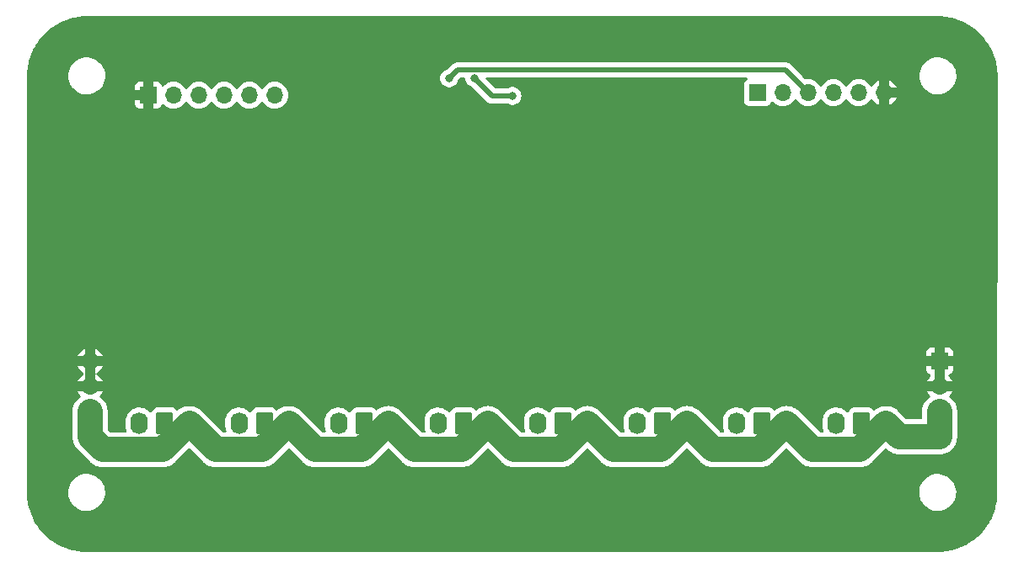
<source format=gbl>
G04 #@! TF.GenerationSoftware,KiCad,Pcbnew,7.0.1*
G04 #@! TF.CreationDate,2025-03-09T11:20:59-05:00*
G04 #@! TF.ProjectId,Shift Register Mosfet Array V3,53686966-7420-4526-9567-697374657220,rev?*
G04 #@! TF.SameCoordinates,Original*
G04 #@! TF.FileFunction,Copper,L2,Bot*
G04 #@! TF.FilePolarity,Positive*
%FSLAX46Y46*%
G04 Gerber Fmt 4.6, Leading zero omitted, Abs format (unit mm)*
G04 Created by KiCad (PCBNEW 7.0.1) date 2025-03-09 11:20:59*
%MOMM*%
%LPD*%
G01*
G04 APERTURE LIST*
G04 Aperture macros list*
%AMRoundRect*
0 Rectangle with rounded corners*
0 $1 Rounding radius*
0 $2 $3 $4 $5 $6 $7 $8 $9 X,Y pos of 4 corners*
0 Add a 4 corners polygon primitive as box body*
4,1,4,$2,$3,$4,$5,$6,$7,$8,$9,$2,$3,0*
0 Add four circle primitives for the rounded corners*
1,1,$1+$1,$2,$3*
1,1,$1+$1,$4,$5*
1,1,$1+$1,$6,$7*
1,1,$1+$1,$8,$9*
0 Add four rect primitives between the rounded corners*
20,1,$1+$1,$2,$3,$4,$5,0*
20,1,$1+$1,$4,$5,$6,$7,0*
20,1,$1+$1,$6,$7,$8,$9,0*
20,1,$1+$1,$8,$9,$2,$3,0*%
G04 Aperture macros list end*
G04 #@! TA.AperFunction,ComponentPad*
%ADD10R,1.700000X1.700000*%
G04 #@! TD*
G04 #@! TA.AperFunction,ComponentPad*
%ADD11O,1.700000X1.700000*%
G04 #@! TD*
G04 #@! TA.AperFunction,ComponentPad*
%ADD12RoundRect,0.250000X0.620000X0.845000X-0.620000X0.845000X-0.620000X-0.845000X0.620000X-0.845000X0*%
G04 #@! TD*
G04 #@! TA.AperFunction,ComponentPad*
%ADD13O,1.740000X2.190000*%
G04 #@! TD*
G04 #@! TA.AperFunction,ViaPad*
%ADD14C,0.800000*%
G04 #@! TD*
G04 #@! TA.AperFunction,Conductor*
%ADD15C,2.500000*%
G04 #@! TD*
G04 #@! TA.AperFunction,Conductor*
%ADD16C,0.500000*%
G04 #@! TD*
G04 APERTURE END LIST*
D10*
X135890000Y-96690000D03*
D11*
X138430000Y-96690000D03*
X140970000Y-96690000D03*
X143510000Y-96690000D03*
X146050000Y-96690000D03*
X148590000Y-96690000D03*
X87376000Y-96944000D03*
X84836000Y-96944000D03*
X82296000Y-96944000D03*
X79756000Y-96944000D03*
X77216000Y-96944000D03*
D10*
X74676000Y-96944000D03*
D12*
X136332000Y-129968000D03*
D13*
X133792000Y-129968000D03*
D10*
X138792000Y-129968000D03*
X118792000Y-129968000D03*
D12*
X116332000Y-129968000D03*
D13*
X113792000Y-129968000D03*
D10*
X108792000Y-129968000D03*
D12*
X106332000Y-129968000D03*
D13*
X103792000Y-129968000D03*
D10*
X128792000Y-129968000D03*
D12*
X126332000Y-129968000D03*
D13*
X123792000Y-129968000D03*
D12*
X86332000Y-129968000D03*
D13*
X83792000Y-129968000D03*
D10*
X88792000Y-129968000D03*
X98792000Y-129968000D03*
D12*
X96332000Y-129968000D03*
D13*
X93792000Y-129968000D03*
D10*
X78792000Y-129968000D03*
D13*
X73792000Y-129968000D03*
D12*
X76332000Y-129968000D03*
X146332000Y-129968000D03*
D13*
X143792000Y-129968000D03*
D10*
X148792000Y-129968000D03*
X68834000Y-131318000D03*
D11*
X68834000Y-128778000D03*
X68834000Y-126238000D03*
X68834000Y-123698000D03*
D10*
X154178000Y-123698000D03*
D11*
X154178000Y-126238000D03*
X154178000Y-128778000D03*
X154178000Y-131318000D03*
D14*
X100838000Y-105918000D03*
X76962000Y-105918000D03*
X88900000Y-105918000D03*
X112776000Y-105918000D03*
X124714000Y-105918000D03*
X122682000Y-98044000D03*
X108712000Y-100076000D03*
X111252000Y-99060000D03*
X150622000Y-108966000D03*
X150622000Y-107188000D03*
X150622000Y-105664000D03*
X138684000Y-108966000D03*
X138684000Y-107188000D03*
X138684000Y-105664000D03*
X126746000Y-108966000D03*
X126746000Y-107188000D03*
X126746000Y-105664000D03*
X114808000Y-108966000D03*
X114808000Y-107188000D03*
X114808000Y-105664000D03*
X102870000Y-108966000D03*
X102870000Y-107188000D03*
X102870000Y-105664000D03*
X90932000Y-108966000D03*
X90932000Y-107188000D03*
X90932000Y-105664000D03*
X78994000Y-107188000D03*
X78994000Y-108966000D03*
X78994000Y-105664000D03*
X67056000Y-107188000D03*
X67056000Y-108966000D03*
X67056000Y-105664000D03*
X104902000Y-95250000D03*
X111252000Y-97028000D03*
X107442000Y-95250000D03*
D15*
X76147000Y-132613000D02*
X78792000Y-129968000D01*
X70129000Y-132613000D02*
X76147000Y-132613000D01*
X68834000Y-131318000D02*
X70129000Y-132613000D01*
X68834000Y-128778000D02*
X68834000Y-131318000D01*
X81437000Y-132613000D02*
X78792000Y-129968000D01*
X86147000Y-132613000D02*
X81437000Y-132613000D01*
X88792000Y-129968000D02*
X86147000Y-132613000D01*
X91437000Y-132613000D02*
X88792000Y-129968000D01*
X96147000Y-132613000D02*
X91437000Y-132613000D01*
X98792000Y-129968000D02*
X96147000Y-132613000D01*
X106147000Y-132613000D02*
X101437000Y-132613000D01*
X108792000Y-129968000D02*
X106147000Y-132613000D01*
X101437000Y-132613000D02*
X98792000Y-129968000D01*
X111437000Y-132613000D02*
X108792000Y-129968000D01*
X116147000Y-132613000D02*
X111437000Y-132613000D01*
X118792000Y-129968000D02*
X116147000Y-132613000D01*
X121437000Y-132613000D02*
X118792000Y-129968000D01*
X126147000Y-132613000D02*
X121437000Y-132613000D01*
X128792000Y-129968000D02*
X126147000Y-132613000D01*
X131437000Y-132613000D02*
X128792000Y-129968000D01*
X136147000Y-132613000D02*
X131437000Y-132613000D01*
X138792000Y-129968000D02*
X136147000Y-132613000D01*
X146147000Y-132613000D02*
X148792000Y-129968000D01*
X141437000Y-132613000D02*
X146147000Y-132613000D01*
X138792000Y-129968000D02*
X141437000Y-132613000D01*
X154178000Y-131318000D02*
X150142000Y-131318000D01*
X150142000Y-131318000D02*
X148792000Y-129968000D01*
X154178000Y-128778000D02*
X154178000Y-131318000D01*
D16*
X105752000Y-94400000D02*
X138680000Y-94400000D01*
X138680000Y-94400000D02*
X140970000Y-96690000D01*
X111252000Y-97028000D02*
X109220000Y-97028000D01*
X109220000Y-97028000D02*
X107442000Y-95250000D01*
X104902000Y-95250000D02*
X105752000Y-94400000D01*
G04 #@! TA.AperFunction,Conductor*
G36*
X154002442Y-88996596D02*
G01*
X154008703Y-88996841D01*
X154241171Y-89005975D01*
X154241419Y-89006051D01*
X154241420Y-89005985D01*
X154241531Y-89005989D01*
X154472173Y-89015529D01*
X154481571Y-89016278D01*
X154723187Y-89044876D01*
X154952341Y-89073440D01*
X154961183Y-89074870D01*
X155199560Y-89122286D01*
X155200339Y-89122445D01*
X155426298Y-89169824D01*
X155434444Y-89171824D01*
X155668182Y-89237745D01*
X155669753Y-89238200D01*
X155890895Y-89304037D01*
X155898400Y-89306535D01*
X156126259Y-89390597D01*
X156128273Y-89391362D01*
X156343145Y-89475205D01*
X156349963Y-89478104D01*
X156570464Y-89579756D01*
X156572903Y-89580914D01*
X156780180Y-89682245D01*
X156786241Y-89685421D01*
X156998057Y-89804044D01*
X157000853Y-89805659D01*
X157199040Y-89923753D01*
X157204420Y-89927150D01*
X157406284Y-90062031D01*
X157409373Y-90064166D01*
X157597098Y-90198199D01*
X157601768Y-90201704D01*
X157680682Y-90263914D01*
X157792387Y-90351976D01*
X157795748Y-90354722D01*
X157971759Y-90503796D01*
X157975764Y-90507341D01*
X158153973Y-90672076D01*
X158157483Y-90675451D01*
X158320547Y-90838515D01*
X158323922Y-90842025D01*
X158488657Y-91020234D01*
X158492208Y-91024246D01*
X158641266Y-91200238D01*
X158644022Y-91203611D01*
X158794285Y-91394218D01*
X158797810Y-91398915D01*
X158931814Y-91586599D01*
X158933982Y-91589737D01*
X159068845Y-91791574D01*
X159072266Y-91796991D01*
X159190298Y-91995074D01*
X159191964Y-91997959D01*
X159310559Y-92209724D01*
X159313771Y-92215853D01*
X159415059Y-92423042D01*
X159416268Y-92425589D01*
X159517890Y-92646026D01*
X159520797Y-92652864D01*
X159604608Y-92867653D01*
X159605427Y-92869809D01*
X159689457Y-93097582D01*
X159691966Y-93105119D01*
X159757777Y-93326173D01*
X159758276Y-93327896D01*
X159824166Y-93561524D01*
X159826183Y-93569736D01*
X159873506Y-93795430D01*
X159873762Y-93796686D01*
X159921127Y-94034810D01*
X159922558Y-94043663D01*
X159951103Y-94272658D01*
X159951195Y-94273421D01*
X159979717Y-94514401D01*
X159980471Y-94523852D01*
X159990014Y-94754577D01*
X159990024Y-94754833D01*
X159999403Y-94993537D01*
X159999499Y-94998452D01*
X159983500Y-136903603D01*
X159983404Y-136908424D01*
X159974024Y-137147166D01*
X159974014Y-137147422D01*
X159964471Y-137378146D01*
X159963717Y-137387597D01*
X159935195Y-137628577D01*
X159935103Y-137629340D01*
X159906558Y-137858335D01*
X159905127Y-137867188D01*
X159857762Y-138105312D01*
X159857506Y-138106568D01*
X159810183Y-138332262D01*
X159808166Y-138340474D01*
X159742276Y-138574102D01*
X159741777Y-138575825D01*
X159675966Y-138796879D01*
X159673457Y-138804416D01*
X159589427Y-139032189D01*
X159588608Y-139034345D01*
X159504797Y-139249134D01*
X159501890Y-139255972D01*
X159400268Y-139476409D01*
X159399059Y-139478956D01*
X159297771Y-139686145D01*
X159294559Y-139692274D01*
X159175964Y-139904039D01*
X159174298Y-139906924D01*
X159056266Y-140105007D01*
X159052845Y-140110424D01*
X158917982Y-140312261D01*
X158915797Y-140315424D01*
X158781823Y-140503066D01*
X158778285Y-140507780D01*
X158628022Y-140698387D01*
X158625266Y-140701760D01*
X158476224Y-140877734D01*
X158472657Y-140881764D01*
X158307922Y-141059973D01*
X158304547Y-141063483D01*
X158141483Y-141226547D01*
X158137973Y-141229922D01*
X157959764Y-141394657D01*
X157955734Y-141398224D01*
X157779760Y-141547266D01*
X157776387Y-141550022D01*
X157585780Y-141700285D01*
X157581066Y-141703823D01*
X157393424Y-141837797D01*
X157390261Y-141839982D01*
X157188424Y-141974845D01*
X157183007Y-141978266D01*
X156984924Y-142096298D01*
X156982039Y-142097964D01*
X156770274Y-142216559D01*
X156764145Y-142219771D01*
X156556956Y-142321059D01*
X156554409Y-142322268D01*
X156333972Y-142423890D01*
X156327134Y-142426797D01*
X156112345Y-142510608D01*
X156110189Y-142511427D01*
X155882416Y-142595457D01*
X155874879Y-142597966D01*
X155653825Y-142663777D01*
X155652102Y-142664276D01*
X155418474Y-142730166D01*
X155410262Y-142732183D01*
X155184568Y-142779506D01*
X155183312Y-142779762D01*
X154945188Y-142827127D01*
X154936335Y-142828558D01*
X154707340Y-142857103D01*
X154706577Y-142857195D01*
X154465597Y-142885717D01*
X154456146Y-142886471D01*
X154225422Y-142896014D01*
X154225167Y-142896024D01*
X153993467Y-142905128D01*
X153986442Y-142905404D01*
X153981575Y-142905500D01*
X68486425Y-142905500D01*
X68481557Y-142905404D01*
X68242832Y-142896024D01*
X68242579Y-142895946D01*
X68242577Y-142896014D01*
X68011852Y-142886471D01*
X68002401Y-142885717D01*
X67761421Y-142857195D01*
X67760658Y-142857103D01*
X67531663Y-142828558D01*
X67522810Y-142827127D01*
X67284686Y-142779762D01*
X67283430Y-142779506D01*
X67057736Y-142732183D01*
X67049524Y-142730166D01*
X66815896Y-142664276D01*
X66814173Y-142663777D01*
X66593119Y-142597966D01*
X66585582Y-142595457D01*
X66357809Y-142511427D01*
X66355653Y-142510608D01*
X66140864Y-142426797D01*
X66134026Y-142423890D01*
X65913589Y-142322268D01*
X65911042Y-142321059D01*
X65703853Y-142219771D01*
X65697732Y-142216563D01*
X65570754Y-142145452D01*
X65485959Y-142097964D01*
X65483100Y-142096313D01*
X65284980Y-141978259D01*
X65279574Y-141974845D01*
X65077737Y-141839982D01*
X65074599Y-141837814D01*
X64886915Y-141703810D01*
X64882218Y-141700285D01*
X64691611Y-141550022D01*
X64688238Y-141547266D01*
X64512246Y-141398208D01*
X64508234Y-141394657D01*
X64330025Y-141229922D01*
X64326515Y-141226547D01*
X64163451Y-141063483D01*
X64160076Y-141059973D01*
X63995341Y-140881764D01*
X63991796Y-140877759D01*
X63842722Y-140701748D01*
X63839976Y-140698387D01*
X63689713Y-140507780D01*
X63686199Y-140503098D01*
X63552166Y-140315373D01*
X63550031Y-140312284D01*
X63415150Y-140110420D01*
X63411753Y-140105040D01*
X63293659Y-139906853D01*
X63292034Y-139904039D01*
X63173421Y-139692241D01*
X63170245Y-139686180D01*
X63068914Y-139478903D01*
X63067756Y-139476464D01*
X62966104Y-139255963D01*
X62963201Y-139249134D01*
X62879362Y-139034273D01*
X62878597Y-139032259D01*
X62794535Y-138804400D01*
X62792037Y-138796895D01*
X62726200Y-138575753D01*
X62725745Y-138574182D01*
X62659824Y-138340444D01*
X62657824Y-138332298D01*
X62610445Y-138106339D01*
X62610286Y-138105560D01*
X62562870Y-137867183D01*
X62561440Y-137858335D01*
X62532876Y-137629187D01*
X62504278Y-137387571D01*
X62503529Y-137378173D01*
X62493975Y-137147166D01*
X62487162Y-136973764D01*
X66629787Y-136973764D01*
X66659413Y-137243016D01*
X66659414Y-137243018D01*
X66727928Y-137505088D01*
X66781720Y-137631670D01*
X66833871Y-137754392D01*
X66974982Y-137985611D01*
X67148253Y-138193818D01*
X67148255Y-138193820D01*
X67349998Y-138374582D01*
X67575910Y-138524044D01*
X67682211Y-138573876D01*
X67821177Y-138639021D01*
X68080562Y-138717058D01*
X68080569Y-138717060D01*
X68348561Y-138756500D01*
X68551631Y-138756500D01*
X68551634Y-138756500D01*
X68754156Y-138741677D01*
X68754156Y-138741676D01*
X69018553Y-138682780D01*
X69271558Y-138586014D01*
X69507777Y-138453441D01*
X69722177Y-138287888D01*
X69910186Y-138092881D01*
X70067799Y-137872579D01*
X70191656Y-137631675D01*
X70279118Y-137375305D01*
X70328319Y-137108933D01*
X70333259Y-136973764D01*
X152129787Y-136973764D01*
X152159413Y-137243016D01*
X152159414Y-137243018D01*
X152227928Y-137505088D01*
X152281720Y-137631670D01*
X152333871Y-137754392D01*
X152474982Y-137985611D01*
X152648253Y-138193818D01*
X152648255Y-138193820D01*
X152849998Y-138374582D01*
X153075910Y-138524044D01*
X153182211Y-138573876D01*
X153321177Y-138639021D01*
X153580562Y-138717058D01*
X153580569Y-138717060D01*
X153848561Y-138756500D01*
X154051631Y-138756500D01*
X154051634Y-138756500D01*
X154254156Y-138741677D01*
X154254156Y-138741676D01*
X154518553Y-138682780D01*
X154771558Y-138586014D01*
X155007777Y-138453441D01*
X155222177Y-138287888D01*
X155410186Y-138092881D01*
X155567799Y-137872579D01*
X155691656Y-137631675D01*
X155779118Y-137375305D01*
X155828319Y-137108933D01*
X155838212Y-136838235D01*
X155808586Y-136568982D01*
X155740072Y-136306912D01*
X155634130Y-136057610D01*
X155493018Y-135826390D01*
X155493017Y-135826388D01*
X155319746Y-135618181D01*
X155214758Y-135524112D01*
X155118002Y-135437418D01*
X154892090Y-135287956D01*
X154892086Y-135287954D01*
X154646822Y-135172978D01*
X154387437Y-135094941D01*
X154387431Y-135094940D01*
X154119439Y-135055500D01*
X153916369Y-135055500D01*
X153916366Y-135055500D01*
X153713843Y-135070322D01*
X153449449Y-135129219D01*
X153196441Y-135225986D01*
X152960223Y-135358559D01*
X152745825Y-135524109D01*
X152557813Y-135719120D01*
X152400201Y-135939420D01*
X152276342Y-136180329D01*
X152188881Y-136436695D01*
X152139680Y-136703066D01*
X152129787Y-136973764D01*
X70333259Y-136973764D01*
X70338212Y-136838235D01*
X70308586Y-136568982D01*
X70240072Y-136306912D01*
X70134130Y-136057610D01*
X69993018Y-135826390D01*
X69993017Y-135826388D01*
X69819746Y-135618181D01*
X69714758Y-135524112D01*
X69618002Y-135437418D01*
X69392090Y-135287956D01*
X69392086Y-135287954D01*
X69146822Y-135172978D01*
X68887437Y-135094941D01*
X68887431Y-135094940D01*
X68619439Y-135055500D01*
X68416369Y-135055500D01*
X68416366Y-135055500D01*
X68213843Y-135070322D01*
X67949449Y-135129219D01*
X67696441Y-135225986D01*
X67460223Y-135358559D01*
X67245825Y-135524109D01*
X67057813Y-135719120D01*
X66900201Y-135939420D01*
X66776342Y-136180329D01*
X66688881Y-136436695D01*
X66639680Y-136703066D01*
X66629787Y-136973764D01*
X62487162Y-136973764D01*
X62484595Y-136908424D01*
X62484500Y-136903584D01*
X62486607Y-131383637D01*
X67079818Y-131383637D01*
X67090580Y-131479152D01*
X67091013Y-131483768D01*
X67098197Y-131579627D01*
X67103964Y-131604893D01*
X67106293Y-131618601D01*
X67109194Y-131644348D01*
X67134069Y-131737185D01*
X67135185Y-131741683D01*
X67156581Y-131835420D01*
X67166047Y-131859540D01*
X67170391Y-131872742D01*
X67177098Y-131897773D01*
X67215537Y-131985876D01*
X67217311Y-131990158D01*
X67252432Y-132079644D01*
X67265387Y-132102082D01*
X67271652Y-132114492D01*
X67282016Y-132138247D01*
X67333162Y-132219645D01*
X67335555Y-132223617D01*
X67383613Y-132306856D01*
X67399767Y-132327112D01*
X67407812Y-132338451D01*
X67421601Y-132360396D01*
X67484314Y-132433269D01*
X67487273Y-132436841D01*
X67547192Y-132511978D01*
X67617657Y-132577360D01*
X67620996Y-132580577D01*
X68866421Y-133826002D01*
X68869638Y-133829341D01*
X68935019Y-133899805D01*
X69010189Y-133959750D01*
X69013729Y-133962684D01*
X69086603Y-134025398D01*
X69108547Y-134039186D01*
X69119884Y-134047229D01*
X69140143Y-134063386D01*
X69140146Y-134063388D01*
X69223377Y-134111441D01*
X69227349Y-134113834D01*
X69308755Y-134164985D01*
X69332509Y-134175349D01*
X69344921Y-134181615D01*
X69367352Y-134194565D01*
X69367357Y-134194568D01*
X69456853Y-134229692D01*
X69461055Y-134231432D01*
X69549226Y-134269901D01*
X69568261Y-134275001D01*
X69574262Y-134276609D01*
X69587470Y-134280955D01*
X69611584Y-134290420D01*
X69705277Y-134311805D01*
X69709774Y-134312920D01*
X69802650Y-134337806D01*
X69828413Y-134340708D01*
X69842109Y-134343036D01*
X69867370Y-134348802D01*
X69963222Y-134355984D01*
X69967810Y-134356414D01*
X70063364Y-134367181D01*
X70159416Y-134363586D01*
X70164052Y-134363500D01*
X76111957Y-134363500D01*
X76116592Y-134363586D01*
X76167066Y-134365475D01*
X76212635Y-134367181D01*
X76212635Y-134367180D01*
X76212636Y-134367181D01*
X76308168Y-134356416D01*
X76312771Y-134355984D01*
X76408630Y-134348802D01*
X76431674Y-134343541D01*
X76433895Y-134343035D01*
X76447606Y-134340706D01*
X76473342Y-134337806D01*
X76473342Y-134337805D01*
X76473350Y-134337805D01*
X76566263Y-134312908D01*
X76570666Y-134311817D01*
X76664416Y-134290420D01*
X76688550Y-134280947D01*
X76701724Y-134276611D01*
X76726775Y-134269900D01*
X76814889Y-134231455D01*
X76819111Y-134229706D01*
X76908643Y-134194568D01*
X76931095Y-134181604D01*
X76943494Y-134175345D01*
X76967247Y-134164983D01*
X77048680Y-134113814D01*
X77052604Y-134111451D01*
X77052622Y-134111441D01*
X77135857Y-134063386D01*
X77156118Y-134047227D01*
X77167452Y-134039186D01*
X77189397Y-134025398D01*
X77262314Y-133962645D01*
X77265805Y-133959753D01*
X77340981Y-133899805D01*
X77406361Y-133829340D01*
X77409550Y-133826029D01*
X78704322Y-132531258D01*
X78759905Y-132499167D01*
X78824093Y-132499167D01*
X78879680Y-132531261D01*
X80174421Y-133826002D01*
X80177638Y-133829341D01*
X80243019Y-133899805D01*
X80318189Y-133959750D01*
X80321728Y-133962683D01*
X80394603Y-134025398D01*
X80416542Y-134039183D01*
X80416547Y-134039186D01*
X80427882Y-134047228D01*
X80448143Y-134063386D01*
X80531369Y-134111436D01*
X80535342Y-134113830D01*
X80616748Y-134164981D01*
X80616753Y-134164984D01*
X80640515Y-134175351D01*
X80652921Y-134181615D01*
X80675351Y-134194565D01*
X80675353Y-134194565D01*
X80675357Y-134194568D01*
X80764861Y-134229695D01*
X80769125Y-134231462D01*
X80857226Y-134269900D01*
X80882255Y-134276606D01*
X80895456Y-134280950D01*
X80919584Y-134290420D01*
X81013321Y-134311814D01*
X81017749Y-134312911D01*
X81110650Y-134337805D01*
X81136402Y-134340706D01*
X81150086Y-134343030D01*
X81175370Y-134348802D01*
X81271232Y-134355985D01*
X81275825Y-134356415D01*
X81371364Y-134367181D01*
X81467407Y-134363586D01*
X81472043Y-134363500D01*
X86111957Y-134363500D01*
X86116592Y-134363586D01*
X86167066Y-134365475D01*
X86212635Y-134367181D01*
X86212635Y-134367180D01*
X86212636Y-134367181D01*
X86308168Y-134356416D01*
X86312771Y-134355984D01*
X86408630Y-134348802D01*
X86431674Y-134343541D01*
X86433895Y-134343035D01*
X86447606Y-134340706D01*
X86473342Y-134337806D01*
X86473342Y-134337805D01*
X86473350Y-134337805D01*
X86566263Y-134312908D01*
X86570666Y-134311817D01*
X86664416Y-134290420D01*
X86688550Y-134280947D01*
X86701724Y-134276611D01*
X86726775Y-134269900D01*
X86814889Y-134231455D01*
X86819111Y-134229706D01*
X86908643Y-134194568D01*
X86931095Y-134181604D01*
X86943494Y-134175345D01*
X86967247Y-134164983D01*
X87048680Y-134113814D01*
X87052604Y-134111451D01*
X87052622Y-134111441D01*
X87135857Y-134063386D01*
X87156118Y-134047227D01*
X87167452Y-134039186D01*
X87189397Y-134025398D01*
X87262314Y-133962645D01*
X87265805Y-133959753D01*
X87340981Y-133899805D01*
X87406361Y-133829340D01*
X87409550Y-133826029D01*
X88704322Y-132531258D01*
X88759905Y-132499167D01*
X88824093Y-132499167D01*
X88879680Y-132531261D01*
X90174421Y-133826002D01*
X90177638Y-133829341D01*
X90243019Y-133899805D01*
X90318189Y-133959750D01*
X90321728Y-133962683D01*
X90394603Y-134025398D01*
X90416542Y-134039183D01*
X90416547Y-134039186D01*
X90427882Y-134047228D01*
X90448143Y-134063386D01*
X90531369Y-134111436D01*
X90535342Y-134113830D01*
X90616748Y-134164981D01*
X90616753Y-134164984D01*
X90640515Y-134175351D01*
X90652921Y-134181615D01*
X90675351Y-134194565D01*
X90675353Y-134194565D01*
X90675357Y-134194568D01*
X90764861Y-134229695D01*
X90769125Y-134231462D01*
X90857226Y-134269900D01*
X90882255Y-134276606D01*
X90895456Y-134280950D01*
X90919584Y-134290420D01*
X91013321Y-134311814D01*
X91017749Y-134312911D01*
X91110650Y-134337805D01*
X91136402Y-134340706D01*
X91150086Y-134343030D01*
X91175370Y-134348802D01*
X91271232Y-134355985D01*
X91275825Y-134356415D01*
X91371364Y-134367181D01*
X91467407Y-134363586D01*
X91472043Y-134363500D01*
X96111957Y-134363500D01*
X96116592Y-134363586D01*
X96167066Y-134365475D01*
X96212635Y-134367181D01*
X96212635Y-134367180D01*
X96212636Y-134367181D01*
X96308168Y-134356416D01*
X96312771Y-134355984D01*
X96408630Y-134348802D01*
X96431674Y-134343541D01*
X96433895Y-134343035D01*
X96447606Y-134340706D01*
X96473342Y-134337806D01*
X96473342Y-134337805D01*
X96473350Y-134337805D01*
X96566263Y-134312908D01*
X96570666Y-134311817D01*
X96664416Y-134290420D01*
X96688550Y-134280947D01*
X96701724Y-134276611D01*
X96726775Y-134269900D01*
X96814889Y-134231455D01*
X96819111Y-134229706D01*
X96908643Y-134194568D01*
X96931095Y-134181604D01*
X96943494Y-134175345D01*
X96967247Y-134164983D01*
X97048680Y-134113814D01*
X97052604Y-134111451D01*
X97052622Y-134111441D01*
X97135857Y-134063386D01*
X97156118Y-134047227D01*
X97167452Y-134039186D01*
X97189397Y-134025398D01*
X97262314Y-133962645D01*
X97265805Y-133959753D01*
X97340981Y-133899805D01*
X97406361Y-133829340D01*
X97409550Y-133826029D01*
X98704322Y-132531258D01*
X98759905Y-132499167D01*
X98824093Y-132499167D01*
X98879680Y-132531261D01*
X100174421Y-133826002D01*
X100177638Y-133829341D01*
X100243019Y-133899805D01*
X100318189Y-133959750D01*
X100321728Y-133962683D01*
X100394603Y-134025398D01*
X100416542Y-134039183D01*
X100416547Y-134039186D01*
X100427882Y-134047228D01*
X100448143Y-134063386D01*
X100531369Y-134111436D01*
X100535342Y-134113830D01*
X100616748Y-134164981D01*
X100616753Y-134164984D01*
X100640515Y-134175351D01*
X100652921Y-134181615D01*
X100675351Y-134194565D01*
X100675353Y-134194565D01*
X100675357Y-134194568D01*
X100764861Y-134229695D01*
X100769125Y-134231462D01*
X100857226Y-134269900D01*
X100882255Y-134276606D01*
X100895456Y-134280950D01*
X100919584Y-134290420D01*
X101013321Y-134311814D01*
X101017749Y-134312911D01*
X101110650Y-134337805D01*
X101136402Y-134340706D01*
X101150086Y-134343030D01*
X101175370Y-134348802D01*
X101271232Y-134355985D01*
X101275825Y-134356415D01*
X101371364Y-134367181D01*
X101467407Y-134363586D01*
X101472043Y-134363500D01*
X106111957Y-134363500D01*
X106116592Y-134363586D01*
X106167066Y-134365475D01*
X106212635Y-134367181D01*
X106212635Y-134367180D01*
X106212636Y-134367181D01*
X106308168Y-134356416D01*
X106312771Y-134355984D01*
X106408630Y-134348802D01*
X106431674Y-134343541D01*
X106433895Y-134343035D01*
X106447606Y-134340706D01*
X106473342Y-134337806D01*
X106473342Y-134337805D01*
X106473350Y-134337805D01*
X106566263Y-134312908D01*
X106570666Y-134311817D01*
X106664416Y-134290420D01*
X106688550Y-134280947D01*
X106701724Y-134276611D01*
X106726775Y-134269900D01*
X106814889Y-134231455D01*
X106819111Y-134229706D01*
X106908643Y-134194568D01*
X106931095Y-134181604D01*
X106943494Y-134175345D01*
X106967247Y-134164983D01*
X107048680Y-134113814D01*
X107052604Y-134111451D01*
X107052622Y-134111441D01*
X107135857Y-134063386D01*
X107156118Y-134047227D01*
X107167452Y-134039186D01*
X107189397Y-134025398D01*
X107262314Y-133962645D01*
X107265805Y-133959753D01*
X107340981Y-133899805D01*
X107406361Y-133829340D01*
X107409550Y-133826029D01*
X108704322Y-132531258D01*
X108759905Y-132499167D01*
X108824093Y-132499167D01*
X108879680Y-132531261D01*
X110174421Y-133826002D01*
X110177638Y-133829341D01*
X110243019Y-133899805D01*
X110318189Y-133959750D01*
X110321728Y-133962683D01*
X110394603Y-134025398D01*
X110416542Y-134039183D01*
X110416547Y-134039186D01*
X110427882Y-134047228D01*
X110448143Y-134063386D01*
X110531369Y-134111436D01*
X110535342Y-134113830D01*
X110616748Y-134164981D01*
X110616753Y-134164984D01*
X110640515Y-134175351D01*
X110652921Y-134181615D01*
X110675351Y-134194565D01*
X110675353Y-134194565D01*
X110675357Y-134194568D01*
X110764861Y-134229695D01*
X110769125Y-134231462D01*
X110857226Y-134269900D01*
X110882255Y-134276606D01*
X110895456Y-134280950D01*
X110919584Y-134290420D01*
X111013321Y-134311814D01*
X111017749Y-134312911D01*
X111110650Y-134337805D01*
X111136402Y-134340706D01*
X111150086Y-134343030D01*
X111175370Y-134348802D01*
X111271232Y-134355985D01*
X111275825Y-134356415D01*
X111371364Y-134367181D01*
X111467407Y-134363586D01*
X111472043Y-134363500D01*
X116111957Y-134363500D01*
X116116592Y-134363586D01*
X116167066Y-134365475D01*
X116212635Y-134367181D01*
X116212635Y-134367180D01*
X116212636Y-134367181D01*
X116308168Y-134356416D01*
X116312771Y-134355984D01*
X116408630Y-134348802D01*
X116431674Y-134343541D01*
X116433895Y-134343035D01*
X116447606Y-134340706D01*
X116473342Y-134337806D01*
X116473342Y-134337805D01*
X116473350Y-134337805D01*
X116566263Y-134312908D01*
X116570666Y-134311817D01*
X116664416Y-134290420D01*
X116688550Y-134280947D01*
X116701724Y-134276611D01*
X116726775Y-134269900D01*
X116814889Y-134231455D01*
X116819111Y-134229706D01*
X116908643Y-134194568D01*
X116931095Y-134181604D01*
X116943494Y-134175345D01*
X116967247Y-134164983D01*
X117048680Y-134113814D01*
X117052604Y-134111451D01*
X117052622Y-134111441D01*
X117135857Y-134063386D01*
X117156118Y-134047227D01*
X117167452Y-134039186D01*
X117189397Y-134025398D01*
X117262314Y-133962645D01*
X117265805Y-133959753D01*
X117340981Y-133899805D01*
X117406361Y-133829340D01*
X117409550Y-133826029D01*
X118704322Y-132531258D01*
X118759905Y-132499167D01*
X118824093Y-132499167D01*
X118879680Y-132531261D01*
X120174421Y-133826002D01*
X120177638Y-133829341D01*
X120243019Y-133899805D01*
X120318189Y-133959750D01*
X120321728Y-133962683D01*
X120394603Y-134025398D01*
X120416542Y-134039183D01*
X120416547Y-134039186D01*
X120427882Y-134047228D01*
X120448143Y-134063386D01*
X120531369Y-134111436D01*
X120535342Y-134113830D01*
X120616748Y-134164981D01*
X120616753Y-134164984D01*
X120640515Y-134175351D01*
X120652921Y-134181615D01*
X120675351Y-134194565D01*
X120675353Y-134194565D01*
X120675357Y-134194568D01*
X120764861Y-134229695D01*
X120769125Y-134231462D01*
X120857226Y-134269900D01*
X120882255Y-134276606D01*
X120895456Y-134280950D01*
X120919584Y-134290420D01*
X121013321Y-134311814D01*
X121017749Y-134312911D01*
X121110650Y-134337805D01*
X121136402Y-134340706D01*
X121150086Y-134343030D01*
X121175370Y-134348802D01*
X121271232Y-134355985D01*
X121275825Y-134356415D01*
X121371364Y-134367181D01*
X121467407Y-134363586D01*
X121472043Y-134363500D01*
X126111957Y-134363500D01*
X126116592Y-134363586D01*
X126167066Y-134365475D01*
X126212635Y-134367181D01*
X126212635Y-134367180D01*
X126212636Y-134367181D01*
X126308168Y-134356416D01*
X126312771Y-134355984D01*
X126408630Y-134348802D01*
X126431674Y-134343541D01*
X126433895Y-134343035D01*
X126447606Y-134340706D01*
X126473342Y-134337806D01*
X126473342Y-134337805D01*
X126473350Y-134337805D01*
X126566263Y-134312908D01*
X126570666Y-134311817D01*
X126664416Y-134290420D01*
X126688550Y-134280947D01*
X126701724Y-134276611D01*
X126726775Y-134269900D01*
X126814889Y-134231455D01*
X126819111Y-134229706D01*
X126908643Y-134194568D01*
X126931095Y-134181604D01*
X126943494Y-134175345D01*
X126967247Y-134164983D01*
X127048680Y-134113814D01*
X127052604Y-134111451D01*
X127052622Y-134111441D01*
X127135857Y-134063386D01*
X127156118Y-134047227D01*
X127167452Y-134039186D01*
X127189397Y-134025398D01*
X127262314Y-133962645D01*
X127265805Y-133959753D01*
X127340981Y-133899805D01*
X127406361Y-133829340D01*
X127409550Y-133826029D01*
X128704322Y-132531258D01*
X128759905Y-132499167D01*
X128824093Y-132499167D01*
X128879680Y-132531261D01*
X130174421Y-133826002D01*
X130177638Y-133829341D01*
X130243019Y-133899805D01*
X130318189Y-133959750D01*
X130321728Y-133962683D01*
X130394603Y-134025398D01*
X130416542Y-134039183D01*
X130416547Y-134039186D01*
X130427882Y-134047228D01*
X130448143Y-134063386D01*
X130531369Y-134111436D01*
X130535342Y-134113830D01*
X130616748Y-134164981D01*
X130616753Y-134164984D01*
X130640515Y-134175351D01*
X130652921Y-134181615D01*
X130675351Y-134194565D01*
X130675353Y-134194565D01*
X130675357Y-134194568D01*
X130764861Y-134229695D01*
X130769125Y-134231462D01*
X130857226Y-134269900D01*
X130882255Y-134276606D01*
X130895456Y-134280950D01*
X130919584Y-134290420D01*
X131013321Y-134311814D01*
X131017749Y-134312911D01*
X131110650Y-134337805D01*
X131136402Y-134340706D01*
X131150086Y-134343030D01*
X131175370Y-134348802D01*
X131271232Y-134355985D01*
X131275825Y-134356415D01*
X131371364Y-134367181D01*
X131467407Y-134363586D01*
X131472043Y-134363500D01*
X136111957Y-134363500D01*
X136116592Y-134363586D01*
X136167066Y-134365475D01*
X136212635Y-134367181D01*
X136212635Y-134367180D01*
X136212636Y-134367181D01*
X136308168Y-134356416D01*
X136312771Y-134355984D01*
X136408630Y-134348802D01*
X136431674Y-134343541D01*
X136433895Y-134343035D01*
X136447606Y-134340706D01*
X136473342Y-134337806D01*
X136473342Y-134337805D01*
X136473350Y-134337805D01*
X136566263Y-134312908D01*
X136570666Y-134311817D01*
X136664416Y-134290420D01*
X136688550Y-134280947D01*
X136701724Y-134276611D01*
X136726775Y-134269900D01*
X136814889Y-134231455D01*
X136819111Y-134229706D01*
X136908643Y-134194568D01*
X136931095Y-134181604D01*
X136943494Y-134175345D01*
X136967247Y-134164983D01*
X137048680Y-134113814D01*
X137052604Y-134111451D01*
X137052622Y-134111441D01*
X137135857Y-134063386D01*
X137156118Y-134047227D01*
X137167452Y-134039186D01*
X137189397Y-134025398D01*
X137262314Y-133962645D01*
X137265805Y-133959753D01*
X137340981Y-133899805D01*
X137406361Y-133829340D01*
X137409550Y-133826029D01*
X138704322Y-132531258D01*
X138759905Y-132499167D01*
X138824093Y-132499167D01*
X138879680Y-132531261D01*
X140174421Y-133826002D01*
X140177638Y-133829341D01*
X140243019Y-133899805D01*
X140318189Y-133959750D01*
X140321728Y-133962683D01*
X140394603Y-134025398D01*
X140416542Y-134039183D01*
X140416547Y-134039186D01*
X140427882Y-134047228D01*
X140448143Y-134063386D01*
X140531369Y-134111436D01*
X140535342Y-134113830D01*
X140616748Y-134164981D01*
X140616753Y-134164984D01*
X140640515Y-134175351D01*
X140652921Y-134181615D01*
X140675351Y-134194565D01*
X140675353Y-134194565D01*
X140675357Y-134194568D01*
X140764861Y-134229695D01*
X140769125Y-134231462D01*
X140857226Y-134269900D01*
X140882255Y-134276606D01*
X140895456Y-134280950D01*
X140919584Y-134290420D01*
X141013321Y-134311814D01*
X141017749Y-134312911D01*
X141110650Y-134337805D01*
X141136402Y-134340706D01*
X141150086Y-134343030D01*
X141175370Y-134348802D01*
X141271232Y-134355985D01*
X141275825Y-134356415D01*
X141371364Y-134367181D01*
X141467407Y-134363586D01*
X141472043Y-134363500D01*
X146111957Y-134363500D01*
X146116592Y-134363586D01*
X146167066Y-134365475D01*
X146212635Y-134367181D01*
X146212635Y-134367180D01*
X146212636Y-134367181D01*
X146308168Y-134356416D01*
X146312771Y-134355984D01*
X146408630Y-134348802D01*
X146431674Y-134343541D01*
X146433895Y-134343035D01*
X146447606Y-134340706D01*
X146473342Y-134337806D01*
X146473342Y-134337805D01*
X146473350Y-134337805D01*
X146566263Y-134312908D01*
X146570666Y-134311817D01*
X146664416Y-134290420D01*
X146688550Y-134280947D01*
X146701724Y-134276611D01*
X146726775Y-134269900D01*
X146814889Y-134231455D01*
X146819111Y-134229706D01*
X146908643Y-134194568D01*
X146931095Y-134181604D01*
X146943494Y-134175345D01*
X146967247Y-134164983D01*
X147048680Y-134113814D01*
X147052604Y-134111451D01*
X147052622Y-134111441D01*
X147135857Y-134063386D01*
X147156118Y-134047227D01*
X147167452Y-134039186D01*
X147189397Y-134025398D01*
X147262314Y-133962645D01*
X147265805Y-133959753D01*
X147340981Y-133899805D01*
X147406361Y-133829340D01*
X147409550Y-133826029D01*
X148704310Y-132531269D01*
X148761391Y-132498786D01*
X148827058Y-132500014D01*
X148882887Y-132534610D01*
X148948019Y-132604805D01*
X149023184Y-132664748D01*
X149026753Y-132667705D01*
X149099603Y-132730397D01*
X149121542Y-132744182D01*
X149132880Y-132752226D01*
X149153143Y-132768386D01*
X149236406Y-132816457D01*
X149240358Y-132818838D01*
X149321753Y-132869983D01*
X149339959Y-132877925D01*
X149345506Y-132880346D01*
X149357904Y-132886604D01*
X149380357Y-132899568D01*
X149469866Y-132934697D01*
X149474086Y-132936445D01*
X149562225Y-132974900D01*
X149587256Y-132981606D01*
X149600459Y-132985951D01*
X149624584Y-132995420D01*
X149718301Y-133016810D01*
X149722781Y-133017920D01*
X149815649Y-133042805D01*
X149828034Y-133044200D01*
X149841395Y-133045706D01*
X149855100Y-133048034D01*
X149880370Y-133053802D01*
X149976256Y-133060986D01*
X149980824Y-133061414D01*
X150076363Y-133072180D01*
X150172389Y-133068586D01*
X150177025Y-133068500D01*
X154309178Y-133068500D01*
X154309182Y-133068500D01*
X154369577Y-133059396D01*
X154378720Y-133058366D01*
X154439630Y-133053802D01*
X154487808Y-133042805D01*
X154499151Y-133040216D01*
X154508258Y-133038492D01*
X154568615Y-133029396D01*
X154626973Y-133011393D01*
X154635863Y-133009011D01*
X154695416Y-132995420D01*
X154752253Y-132973111D01*
X154760975Y-132970059D01*
X154819323Y-132952063D01*
X154858951Y-132932978D01*
X154874323Y-132925576D01*
X154882824Y-132921867D01*
X154939643Y-132899568D01*
X154962080Y-132886614D01*
X154992505Y-132869048D01*
X155000705Y-132864714D01*
X155018856Y-132855972D01*
X155055704Y-132838228D01*
X155106150Y-132803833D01*
X155113992Y-132798907D01*
X155166857Y-132768386D01*
X155214596Y-132730314D01*
X155222035Y-132724824D01*
X155272479Y-132690433D01*
X155317237Y-132648901D01*
X155324239Y-132642876D01*
X155371981Y-132604805D01*
X155413518Y-132560037D01*
X155420037Y-132553518D01*
X155464805Y-132511981D01*
X155502876Y-132464239D01*
X155508901Y-132457237D01*
X155550433Y-132412479D01*
X155584824Y-132362035D01*
X155590314Y-132354596D01*
X155628386Y-132306857D01*
X155658908Y-132253990D01*
X155663833Y-132246150D01*
X155698228Y-132195704D01*
X155724714Y-132140705D01*
X155729048Y-132132505D01*
X155759566Y-132079646D01*
X155759567Y-132079644D01*
X155759568Y-132079643D01*
X155781867Y-132022823D01*
X155785576Y-132014323D01*
X155799275Y-131985876D01*
X155812063Y-131959323D01*
X155830059Y-131900975D01*
X155833111Y-131892253D01*
X155855420Y-131835416D01*
X155869011Y-131775863D01*
X155871393Y-131766973D01*
X155889396Y-131708615D01*
X155898492Y-131648258D01*
X155900216Y-131639151D01*
X155913800Y-131579637D01*
X155913802Y-131579630D01*
X155918366Y-131518720D01*
X155919396Y-131509577D01*
X155928500Y-131449182D01*
X155928500Y-131186818D01*
X155928500Y-128712506D01*
X155928348Y-128710484D01*
X155914123Y-128520650D01*
X155913802Y-128516370D01*
X155855420Y-128260584D01*
X155845912Y-128236359D01*
X155759568Y-128016358D01*
X155759568Y-128016357D01*
X155628386Y-127789143D01*
X155464805Y-127584019D01*
X155464801Y-127584015D01*
X155272480Y-127405567D01*
X155186324Y-127346826D01*
X155149373Y-127307374D01*
X155132718Y-127255949D01*
X155139523Y-127202325D01*
X155168496Y-127156691D01*
X155216107Y-127109080D01*
X155351600Y-126915576D01*
X155434406Y-126738000D01*
X152921593Y-126738000D01*
X153004399Y-126915576D01*
X153139893Y-127109081D01*
X153187504Y-127156692D01*
X153216476Y-127202326D01*
X153223281Y-127255949D01*
X153206626Y-127307374D01*
X153169676Y-127346826D01*
X153083516Y-127405569D01*
X152891198Y-127584015D01*
X152727613Y-127789143D01*
X152596431Y-128016358D01*
X152500580Y-128260581D01*
X152442197Y-128516372D01*
X152427500Y-128712501D01*
X152427500Y-129443500D01*
X152410887Y-129505500D01*
X152365500Y-129550887D01*
X152303500Y-129567500D01*
X150918442Y-129567500D01*
X150870989Y-129558061D01*
X150830761Y-129531181D01*
X149983479Y-128683898D01*
X149937032Y-128637451D01*
X149936609Y-128637139D01*
X149887917Y-128601202D01*
X149880674Y-128595426D01*
X149834398Y-128555602D01*
X149782702Y-128523120D01*
X149775041Y-128517897D01*
X149770870Y-128514819D01*
X149725933Y-128481654D01*
X149725931Y-128481653D01*
X149725930Y-128481652D01*
X149671964Y-128453130D01*
X149663934Y-128448494D01*
X149612248Y-128416017D01*
X149575312Y-128399902D01*
X149556282Y-128391599D01*
X149547948Y-128387586D01*
X149493973Y-128359059D01*
X149493972Y-128359058D01*
X149493971Y-128359058D01*
X149436353Y-128338896D01*
X149427723Y-128335509D01*
X149371777Y-128311100D01*
X149340100Y-128302612D01*
X149312805Y-128295298D01*
X149303961Y-128292570D01*
X149246333Y-128272406D01*
X149246332Y-128272405D01*
X149246330Y-128272405D01*
X149186352Y-128261056D01*
X149177314Y-128258993D01*
X149118350Y-128243194D01*
X149057684Y-128236359D01*
X149048515Y-128234977D01*
X148988542Y-128223629D01*
X148927548Y-128221347D01*
X148918301Y-128220654D01*
X148857636Y-128213818D01*
X148796637Y-128216101D01*
X148787363Y-128216101D01*
X148726363Y-128213818D01*
X148665696Y-128220654D01*
X148656450Y-128221347D01*
X148595461Y-128223629D01*
X148535483Y-128234977D01*
X148526318Y-128236358D01*
X148465648Y-128243194D01*
X148406685Y-128258993D01*
X148397648Y-128261056D01*
X148337666Y-128272405D01*
X148280038Y-128292570D01*
X148271180Y-128295302D01*
X148212226Y-128311099D01*
X148156281Y-128335507D01*
X148147653Y-128338894D01*
X148090027Y-128359059D01*
X148036055Y-128387583D01*
X148027703Y-128391605D01*
X147971748Y-128416018D01*
X147920056Y-128448498D01*
X147912028Y-128453133D01*
X147858068Y-128481653D01*
X147808954Y-128517899D01*
X147801296Y-128523120D01*
X147749604Y-128555601D01*
X147703330Y-128595422D01*
X147696081Y-128601202D01*
X147664272Y-128624678D01*
X147610647Y-128647283D01*
X147552615Y-128642934D01*
X147502958Y-128612589D01*
X147420657Y-128530288D01*
X147271334Y-128438186D01*
X147104797Y-128383000D01*
X147002009Y-128372500D01*
X145661991Y-128372500D01*
X145559203Y-128383000D01*
X145392665Y-128438186D01*
X145243342Y-128530288D01*
X145119288Y-128654342D01*
X145036028Y-128789330D01*
X145034833Y-128791269D01*
X145019578Y-128816001D01*
X145016637Y-128814187D01*
X144996574Y-128844978D01*
X144940605Y-128874047D01*
X144877576Y-128871825D01*
X144823792Y-128838887D01*
X144790035Y-128803666D01*
X144700728Y-128710484D01*
X144664781Y-128683898D01*
X144513161Y-128571760D01*
X144304847Y-128466730D01*
X144081780Y-128398417D01*
X143850376Y-128368784D01*
X143850372Y-128368784D01*
X143617295Y-128378685D01*
X143389232Y-128427836D01*
X143172768Y-128514819D01*
X142974107Y-128637139D01*
X142798980Y-128791270D01*
X142652423Y-128972776D01*
X142538645Y-129176448D01*
X142460925Y-129396418D01*
X142421500Y-129626351D01*
X142421500Y-130251220D01*
X142436329Y-130425451D01*
X142495114Y-130651217D01*
X142511481Y-130687425D01*
X142522146Y-130747705D01*
X142502674Y-130805741D01*
X142457810Y-130847390D01*
X142398488Y-130862500D01*
X142213443Y-130862500D01*
X142165990Y-130853061D01*
X142125762Y-130826181D01*
X139937032Y-128637451D01*
X139936609Y-128637139D01*
X139887917Y-128601202D01*
X139880674Y-128595426D01*
X139834398Y-128555602D01*
X139782702Y-128523120D01*
X139775041Y-128517897D01*
X139770870Y-128514819D01*
X139725933Y-128481654D01*
X139725931Y-128481653D01*
X139725930Y-128481652D01*
X139671964Y-128453130D01*
X139663934Y-128448494D01*
X139612248Y-128416017D01*
X139575312Y-128399902D01*
X139556282Y-128391599D01*
X139547948Y-128387586D01*
X139493973Y-128359059D01*
X139493972Y-128359058D01*
X139493971Y-128359058D01*
X139436353Y-128338896D01*
X139427723Y-128335509D01*
X139371777Y-128311100D01*
X139340100Y-128302612D01*
X139312805Y-128295298D01*
X139303961Y-128292570D01*
X139246333Y-128272406D01*
X139246332Y-128272405D01*
X139246330Y-128272405D01*
X139186352Y-128261056D01*
X139177314Y-128258993D01*
X139118350Y-128243194D01*
X139057684Y-128236359D01*
X139048515Y-128234977D01*
X138988542Y-128223629D01*
X138927548Y-128221347D01*
X138918301Y-128220654D01*
X138857636Y-128213818D01*
X138796637Y-128216101D01*
X138787363Y-128216101D01*
X138726363Y-128213818D01*
X138665696Y-128220654D01*
X138656450Y-128221347D01*
X138595461Y-128223629D01*
X138535483Y-128234977D01*
X138526318Y-128236358D01*
X138465648Y-128243194D01*
X138406685Y-128258993D01*
X138397648Y-128261056D01*
X138337666Y-128272405D01*
X138280038Y-128292570D01*
X138271180Y-128295302D01*
X138212226Y-128311099D01*
X138156281Y-128335507D01*
X138147653Y-128338894D01*
X138090027Y-128359059D01*
X138036055Y-128387583D01*
X138027703Y-128391605D01*
X137971748Y-128416018D01*
X137920056Y-128448498D01*
X137912028Y-128453133D01*
X137858068Y-128481653D01*
X137808954Y-128517899D01*
X137801296Y-128523120D01*
X137749604Y-128555601D01*
X137703330Y-128595422D01*
X137696081Y-128601202D01*
X137664272Y-128624678D01*
X137610647Y-128647283D01*
X137552615Y-128642934D01*
X137502958Y-128612589D01*
X137420657Y-128530288D01*
X137271334Y-128438186D01*
X137104797Y-128383000D01*
X137002009Y-128372500D01*
X135661991Y-128372500D01*
X135559203Y-128383000D01*
X135392665Y-128438186D01*
X135243342Y-128530288D01*
X135119288Y-128654342D01*
X135036028Y-128789330D01*
X135034833Y-128791269D01*
X135019578Y-128816001D01*
X135016637Y-128814187D01*
X134996574Y-128844978D01*
X134940605Y-128874047D01*
X134877576Y-128871825D01*
X134823792Y-128838887D01*
X134790035Y-128803666D01*
X134700728Y-128710484D01*
X134664781Y-128683898D01*
X134513161Y-128571760D01*
X134304847Y-128466730D01*
X134081780Y-128398417D01*
X133850376Y-128368784D01*
X133850372Y-128368784D01*
X133617295Y-128378685D01*
X133389232Y-128427836D01*
X133172768Y-128514819D01*
X132974107Y-128637139D01*
X132798980Y-128791270D01*
X132652423Y-128972776D01*
X132538645Y-129176448D01*
X132460925Y-129396418D01*
X132421500Y-129626351D01*
X132421500Y-130251220D01*
X132436329Y-130425451D01*
X132495114Y-130651217D01*
X132511481Y-130687425D01*
X132522146Y-130747705D01*
X132502674Y-130805741D01*
X132457810Y-130847390D01*
X132398488Y-130862500D01*
X132213443Y-130862500D01*
X132165990Y-130853061D01*
X132125762Y-130826181D01*
X129937032Y-128637451D01*
X129936609Y-128637139D01*
X129887917Y-128601202D01*
X129880674Y-128595426D01*
X129834398Y-128555602D01*
X129782702Y-128523120D01*
X129775041Y-128517897D01*
X129770870Y-128514819D01*
X129725933Y-128481654D01*
X129725931Y-128481653D01*
X129725930Y-128481652D01*
X129671964Y-128453130D01*
X129663934Y-128448494D01*
X129612248Y-128416017D01*
X129575312Y-128399902D01*
X129556282Y-128391599D01*
X129547948Y-128387586D01*
X129493973Y-128359059D01*
X129493972Y-128359058D01*
X129493971Y-128359058D01*
X129436353Y-128338896D01*
X129427723Y-128335509D01*
X129371777Y-128311100D01*
X129340100Y-128302612D01*
X129312805Y-128295298D01*
X129303961Y-128292570D01*
X129246333Y-128272406D01*
X129246332Y-128272405D01*
X129246330Y-128272405D01*
X129186352Y-128261056D01*
X129177314Y-128258993D01*
X129118350Y-128243194D01*
X129057684Y-128236359D01*
X129048515Y-128234977D01*
X128988542Y-128223629D01*
X128927548Y-128221347D01*
X128918301Y-128220654D01*
X128857636Y-128213818D01*
X128796637Y-128216101D01*
X128787363Y-128216101D01*
X128726363Y-128213818D01*
X128665696Y-128220654D01*
X128656450Y-128221347D01*
X128595461Y-128223629D01*
X128535483Y-128234977D01*
X128526318Y-128236358D01*
X128465648Y-128243194D01*
X128406685Y-128258993D01*
X128397648Y-128261056D01*
X128337666Y-128272405D01*
X128280038Y-128292570D01*
X128271180Y-128295302D01*
X128212226Y-128311099D01*
X128156281Y-128335507D01*
X128147653Y-128338894D01*
X128090027Y-128359059D01*
X128036055Y-128387583D01*
X128027703Y-128391605D01*
X127971748Y-128416018D01*
X127920056Y-128448498D01*
X127912028Y-128453133D01*
X127858068Y-128481653D01*
X127808954Y-128517899D01*
X127801296Y-128523120D01*
X127749604Y-128555601D01*
X127703330Y-128595422D01*
X127696081Y-128601202D01*
X127664272Y-128624678D01*
X127610647Y-128647283D01*
X127552615Y-128642934D01*
X127502958Y-128612589D01*
X127420657Y-128530288D01*
X127271334Y-128438186D01*
X127104797Y-128383000D01*
X127002009Y-128372500D01*
X125661991Y-128372500D01*
X125559203Y-128383000D01*
X125392665Y-128438186D01*
X125243342Y-128530288D01*
X125119288Y-128654342D01*
X125036028Y-128789330D01*
X125034833Y-128791269D01*
X125019578Y-128816001D01*
X125016637Y-128814187D01*
X124996574Y-128844978D01*
X124940605Y-128874047D01*
X124877576Y-128871825D01*
X124823792Y-128838887D01*
X124790035Y-128803666D01*
X124700728Y-128710484D01*
X124664781Y-128683898D01*
X124513161Y-128571760D01*
X124304847Y-128466730D01*
X124081780Y-128398417D01*
X123850376Y-128368784D01*
X123850372Y-128368784D01*
X123617295Y-128378685D01*
X123389232Y-128427836D01*
X123172768Y-128514819D01*
X122974107Y-128637139D01*
X122798980Y-128791270D01*
X122652423Y-128972776D01*
X122538645Y-129176448D01*
X122460925Y-129396418D01*
X122421500Y-129626351D01*
X122421500Y-130251220D01*
X122436329Y-130425451D01*
X122495114Y-130651217D01*
X122511481Y-130687425D01*
X122522146Y-130747705D01*
X122502674Y-130805741D01*
X122457810Y-130847390D01*
X122398488Y-130862500D01*
X122213443Y-130862500D01*
X122165990Y-130853061D01*
X122125762Y-130826181D01*
X119937032Y-128637451D01*
X119936609Y-128637139D01*
X119887917Y-128601202D01*
X119880674Y-128595426D01*
X119834398Y-128555602D01*
X119782702Y-128523120D01*
X119775041Y-128517897D01*
X119770870Y-128514819D01*
X119725933Y-128481654D01*
X119725931Y-128481653D01*
X119725930Y-128481652D01*
X119671964Y-128453130D01*
X119663934Y-128448494D01*
X119612248Y-128416017D01*
X119575312Y-128399902D01*
X119556282Y-128391599D01*
X119547948Y-128387586D01*
X119493973Y-128359059D01*
X119493972Y-128359058D01*
X119493971Y-128359058D01*
X119436353Y-128338896D01*
X119427723Y-128335509D01*
X119371777Y-128311100D01*
X119340100Y-128302612D01*
X119312805Y-128295298D01*
X119303961Y-128292570D01*
X119246333Y-128272406D01*
X119246332Y-128272405D01*
X119246330Y-128272405D01*
X119186352Y-128261056D01*
X119177314Y-128258993D01*
X119118350Y-128243194D01*
X119057684Y-128236359D01*
X119048515Y-128234977D01*
X118988542Y-128223629D01*
X118927548Y-128221347D01*
X118918301Y-128220654D01*
X118857636Y-128213818D01*
X118796637Y-128216101D01*
X118787363Y-128216101D01*
X118726363Y-128213818D01*
X118665696Y-128220654D01*
X118656450Y-128221347D01*
X118595461Y-128223629D01*
X118535483Y-128234977D01*
X118526318Y-128236358D01*
X118465648Y-128243194D01*
X118406685Y-128258993D01*
X118397648Y-128261056D01*
X118337666Y-128272405D01*
X118280038Y-128292570D01*
X118271180Y-128295302D01*
X118212226Y-128311099D01*
X118156281Y-128335507D01*
X118147653Y-128338894D01*
X118090027Y-128359059D01*
X118036055Y-128387583D01*
X118027703Y-128391605D01*
X117971748Y-128416018D01*
X117920056Y-128448498D01*
X117912028Y-128453133D01*
X117858068Y-128481653D01*
X117808954Y-128517899D01*
X117801296Y-128523120D01*
X117749604Y-128555601D01*
X117703330Y-128595422D01*
X117696081Y-128601202D01*
X117664272Y-128624678D01*
X117610647Y-128647283D01*
X117552615Y-128642934D01*
X117502958Y-128612589D01*
X117420657Y-128530288D01*
X117271334Y-128438186D01*
X117104797Y-128383000D01*
X117002009Y-128372500D01*
X115661991Y-128372500D01*
X115559203Y-128383000D01*
X115392665Y-128438186D01*
X115243342Y-128530288D01*
X115119288Y-128654342D01*
X115036028Y-128789330D01*
X115034833Y-128791269D01*
X115019578Y-128816001D01*
X115016637Y-128814187D01*
X114996574Y-128844978D01*
X114940605Y-128874047D01*
X114877576Y-128871825D01*
X114823792Y-128838887D01*
X114790035Y-128803666D01*
X114700728Y-128710484D01*
X114664781Y-128683898D01*
X114513161Y-128571760D01*
X114304847Y-128466730D01*
X114081780Y-128398417D01*
X113850376Y-128368784D01*
X113850372Y-128368784D01*
X113617295Y-128378685D01*
X113389232Y-128427836D01*
X113172768Y-128514819D01*
X112974107Y-128637139D01*
X112798980Y-128791270D01*
X112652423Y-128972776D01*
X112538645Y-129176448D01*
X112460925Y-129396418D01*
X112421500Y-129626351D01*
X112421500Y-130251220D01*
X112436329Y-130425451D01*
X112495114Y-130651217D01*
X112511481Y-130687425D01*
X112522146Y-130747705D01*
X112502674Y-130805741D01*
X112457810Y-130847390D01*
X112398488Y-130862500D01*
X112213443Y-130862500D01*
X112165990Y-130853061D01*
X112125762Y-130826181D01*
X109937032Y-128637451D01*
X109936609Y-128637139D01*
X109887917Y-128601202D01*
X109880674Y-128595426D01*
X109834398Y-128555602D01*
X109782702Y-128523120D01*
X109775041Y-128517897D01*
X109770870Y-128514819D01*
X109725933Y-128481654D01*
X109725931Y-128481653D01*
X109725930Y-128481652D01*
X109671964Y-128453130D01*
X109663934Y-128448494D01*
X109612248Y-128416017D01*
X109575312Y-128399902D01*
X109556282Y-128391599D01*
X109547948Y-128387586D01*
X109493973Y-128359059D01*
X109493972Y-128359058D01*
X109493971Y-128359058D01*
X109436353Y-128338896D01*
X109427723Y-128335509D01*
X109371777Y-128311100D01*
X109340100Y-128302612D01*
X109312805Y-128295298D01*
X109303961Y-128292570D01*
X109246333Y-128272406D01*
X109246332Y-128272405D01*
X109246330Y-128272405D01*
X109186352Y-128261056D01*
X109177314Y-128258993D01*
X109118350Y-128243194D01*
X109057684Y-128236359D01*
X109048515Y-128234977D01*
X108988542Y-128223629D01*
X108927548Y-128221347D01*
X108918301Y-128220654D01*
X108857636Y-128213818D01*
X108796637Y-128216101D01*
X108787363Y-128216101D01*
X108726363Y-128213818D01*
X108665696Y-128220654D01*
X108656450Y-128221347D01*
X108595461Y-128223629D01*
X108535483Y-128234977D01*
X108526318Y-128236358D01*
X108465648Y-128243194D01*
X108406685Y-128258993D01*
X108397648Y-128261056D01*
X108337666Y-128272405D01*
X108280038Y-128292570D01*
X108271180Y-128295302D01*
X108212226Y-128311099D01*
X108156281Y-128335507D01*
X108147653Y-128338894D01*
X108090027Y-128359059D01*
X108036055Y-128387583D01*
X108027703Y-128391605D01*
X107971748Y-128416018D01*
X107920056Y-128448498D01*
X107912028Y-128453133D01*
X107858068Y-128481653D01*
X107808954Y-128517899D01*
X107801296Y-128523120D01*
X107749604Y-128555601D01*
X107703330Y-128595422D01*
X107696081Y-128601202D01*
X107664272Y-128624678D01*
X107610647Y-128647283D01*
X107552615Y-128642934D01*
X107502958Y-128612589D01*
X107420657Y-128530288D01*
X107271334Y-128438186D01*
X107104797Y-128383000D01*
X107002009Y-128372500D01*
X105661991Y-128372500D01*
X105559203Y-128383000D01*
X105392665Y-128438186D01*
X105243342Y-128530288D01*
X105119288Y-128654342D01*
X105036028Y-128789330D01*
X105034833Y-128791269D01*
X105019578Y-128816001D01*
X105016637Y-128814187D01*
X104996574Y-128844978D01*
X104940605Y-128874047D01*
X104877576Y-128871825D01*
X104823792Y-128838887D01*
X104790035Y-128803666D01*
X104700728Y-128710484D01*
X104664781Y-128683898D01*
X104513161Y-128571760D01*
X104304847Y-128466730D01*
X104081780Y-128398417D01*
X103850376Y-128368784D01*
X103850372Y-128368784D01*
X103617295Y-128378685D01*
X103389232Y-128427836D01*
X103172768Y-128514819D01*
X102974107Y-128637139D01*
X102798980Y-128791270D01*
X102652423Y-128972776D01*
X102538645Y-129176448D01*
X102460925Y-129396418D01*
X102421500Y-129626351D01*
X102421500Y-130251220D01*
X102436329Y-130425451D01*
X102495114Y-130651217D01*
X102511481Y-130687425D01*
X102522146Y-130747705D01*
X102502674Y-130805741D01*
X102457810Y-130847390D01*
X102398488Y-130862500D01*
X102213443Y-130862500D01*
X102165990Y-130853061D01*
X102125762Y-130826181D01*
X99937032Y-128637451D01*
X99936609Y-128637139D01*
X99887917Y-128601202D01*
X99880674Y-128595426D01*
X99834398Y-128555602D01*
X99782702Y-128523120D01*
X99775041Y-128517897D01*
X99770870Y-128514819D01*
X99725933Y-128481654D01*
X99725931Y-128481653D01*
X99725930Y-128481652D01*
X99671964Y-128453130D01*
X99663934Y-128448494D01*
X99612248Y-128416017D01*
X99575312Y-128399902D01*
X99556282Y-128391599D01*
X99547948Y-128387586D01*
X99493973Y-128359059D01*
X99493972Y-128359058D01*
X99493971Y-128359058D01*
X99436353Y-128338896D01*
X99427723Y-128335509D01*
X99371777Y-128311100D01*
X99340100Y-128302612D01*
X99312805Y-128295298D01*
X99303961Y-128292570D01*
X99246333Y-128272406D01*
X99246332Y-128272405D01*
X99246330Y-128272405D01*
X99186352Y-128261056D01*
X99177314Y-128258993D01*
X99118350Y-128243194D01*
X99057684Y-128236359D01*
X99048515Y-128234977D01*
X98988542Y-128223629D01*
X98927548Y-128221347D01*
X98918301Y-128220654D01*
X98857636Y-128213818D01*
X98796637Y-128216101D01*
X98787363Y-128216101D01*
X98726363Y-128213818D01*
X98665696Y-128220654D01*
X98656450Y-128221347D01*
X98595461Y-128223629D01*
X98535483Y-128234977D01*
X98526318Y-128236358D01*
X98465648Y-128243194D01*
X98406685Y-128258993D01*
X98397648Y-128261056D01*
X98337666Y-128272405D01*
X98280038Y-128292570D01*
X98271180Y-128295302D01*
X98212226Y-128311099D01*
X98156281Y-128335507D01*
X98147653Y-128338894D01*
X98090027Y-128359059D01*
X98036055Y-128387583D01*
X98027703Y-128391605D01*
X97971748Y-128416018D01*
X97920056Y-128448498D01*
X97912028Y-128453133D01*
X97858068Y-128481653D01*
X97808954Y-128517899D01*
X97801296Y-128523120D01*
X97749604Y-128555601D01*
X97703330Y-128595422D01*
X97696081Y-128601202D01*
X97664272Y-128624678D01*
X97610647Y-128647283D01*
X97552615Y-128642934D01*
X97502958Y-128612589D01*
X97420657Y-128530288D01*
X97271334Y-128438186D01*
X97104797Y-128383000D01*
X97002009Y-128372500D01*
X95661991Y-128372500D01*
X95559203Y-128383000D01*
X95392665Y-128438186D01*
X95243342Y-128530288D01*
X95119288Y-128654342D01*
X95036028Y-128789330D01*
X95034833Y-128791269D01*
X95019578Y-128816001D01*
X95016637Y-128814187D01*
X94996574Y-128844978D01*
X94940605Y-128874047D01*
X94877576Y-128871825D01*
X94823792Y-128838887D01*
X94790035Y-128803666D01*
X94700728Y-128710484D01*
X94664781Y-128683898D01*
X94513161Y-128571760D01*
X94304847Y-128466730D01*
X94081780Y-128398417D01*
X93850376Y-128368784D01*
X93850372Y-128368784D01*
X93617295Y-128378685D01*
X93389232Y-128427836D01*
X93172768Y-128514819D01*
X92974107Y-128637139D01*
X92798980Y-128791270D01*
X92652423Y-128972776D01*
X92538645Y-129176448D01*
X92460925Y-129396418D01*
X92421500Y-129626351D01*
X92421500Y-130251220D01*
X92436329Y-130425451D01*
X92495114Y-130651217D01*
X92511481Y-130687425D01*
X92522146Y-130747705D01*
X92502674Y-130805741D01*
X92457810Y-130847390D01*
X92398488Y-130862500D01*
X92213443Y-130862500D01*
X92165990Y-130853061D01*
X92125762Y-130826181D01*
X89937032Y-128637451D01*
X89936609Y-128637139D01*
X89887917Y-128601202D01*
X89880674Y-128595426D01*
X89834398Y-128555602D01*
X89782702Y-128523120D01*
X89775041Y-128517897D01*
X89770870Y-128514819D01*
X89725933Y-128481654D01*
X89725931Y-128481653D01*
X89725930Y-128481652D01*
X89671964Y-128453130D01*
X89663934Y-128448494D01*
X89612248Y-128416017D01*
X89575312Y-128399902D01*
X89556282Y-128391599D01*
X89547948Y-128387586D01*
X89493973Y-128359059D01*
X89493972Y-128359058D01*
X89493971Y-128359058D01*
X89436353Y-128338896D01*
X89427723Y-128335509D01*
X89371777Y-128311100D01*
X89340100Y-128302612D01*
X89312805Y-128295298D01*
X89303961Y-128292570D01*
X89246333Y-128272406D01*
X89246332Y-128272405D01*
X89246330Y-128272405D01*
X89186352Y-128261056D01*
X89177314Y-128258993D01*
X89118350Y-128243194D01*
X89057684Y-128236359D01*
X89048515Y-128234977D01*
X88988542Y-128223629D01*
X88927548Y-128221347D01*
X88918301Y-128220654D01*
X88857636Y-128213818D01*
X88796637Y-128216101D01*
X88787363Y-128216101D01*
X88726363Y-128213818D01*
X88665696Y-128220654D01*
X88656450Y-128221347D01*
X88595461Y-128223629D01*
X88535483Y-128234977D01*
X88526318Y-128236358D01*
X88465648Y-128243194D01*
X88406685Y-128258993D01*
X88397648Y-128261056D01*
X88337666Y-128272405D01*
X88280038Y-128292570D01*
X88271180Y-128295302D01*
X88212226Y-128311099D01*
X88156281Y-128335507D01*
X88147653Y-128338894D01*
X88090027Y-128359059D01*
X88036055Y-128387583D01*
X88027703Y-128391605D01*
X87971748Y-128416018D01*
X87920056Y-128448498D01*
X87912028Y-128453133D01*
X87858068Y-128481653D01*
X87808954Y-128517899D01*
X87801296Y-128523120D01*
X87749604Y-128555601D01*
X87703330Y-128595422D01*
X87696081Y-128601202D01*
X87664272Y-128624678D01*
X87610647Y-128647283D01*
X87552615Y-128642934D01*
X87502958Y-128612589D01*
X87420657Y-128530288D01*
X87271334Y-128438186D01*
X87104797Y-128383000D01*
X87002009Y-128372500D01*
X85661991Y-128372500D01*
X85559203Y-128383000D01*
X85392665Y-128438186D01*
X85243342Y-128530288D01*
X85119288Y-128654342D01*
X85036028Y-128789330D01*
X85034833Y-128791269D01*
X85019578Y-128816001D01*
X85016637Y-128814187D01*
X84996574Y-128844978D01*
X84940605Y-128874047D01*
X84877576Y-128871825D01*
X84823792Y-128838887D01*
X84790035Y-128803666D01*
X84700728Y-128710484D01*
X84664781Y-128683898D01*
X84513161Y-128571760D01*
X84304847Y-128466730D01*
X84081780Y-128398417D01*
X83850376Y-128368784D01*
X83850372Y-128368784D01*
X83617295Y-128378685D01*
X83389232Y-128427836D01*
X83172768Y-128514819D01*
X82974107Y-128637139D01*
X82798980Y-128791270D01*
X82652423Y-128972776D01*
X82538645Y-129176448D01*
X82460925Y-129396418D01*
X82421500Y-129626351D01*
X82421500Y-130251220D01*
X82436329Y-130425451D01*
X82495114Y-130651217D01*
X82511481Y-130687425D01*
X82522146Y-130747705D01*
X82502674Y-130805741D01*
X82457810Y-130847390D01*
X82398488Y-130862500D01*
X82213443Y-130862500D01*
X82165990Y-130853061D01*
X82125762Y-130826181D01*
X79937032Y-128637451D01*
X79936609Y-128637139D01*
X79887917Y-128601202D01*
X79880674Y-128595426D01*
X79834398Y-128555602D01*
X79782702Y-128523120D01*
X79775041Y-128517897D01*
X79770870Y-128514819D01*
X79725933Y-128481654D01*
X79725931Y-128481653D01*
X79725930Y-128481652D01*
X79671964Y-128453130D01*
X79663934Y-128448494D01*
X79612248Y-128416017D01*
X79575312Y-128399902D01*
X79556282Y-128391599D01*
X79547948Y-128387586D01*
X79493973Y-128359059D01*
X79493972Y-128359058D01*
X79493971Y-128359058D01*
X79436353Y-128338896D01*
X79427723Y-128335509D01*
X79371777Y-128311100D01*
X79340100Y-128302612D01*
X79312805Y-128295298D01*
X79303961Y-128292570D01*
X79246333Y-128272406D01*
X79246332Y-128272405D01*
X79246330Y-128272405D01*
X79186352Y-128261056D01*
X79177314Y-128258993D01*
X79118350Y-128243194D01*
X79057684Y-128236359D01*
X79048515Y-128234977D01*
X78988542Y-128223629D01*
X78927548Y-128221347D01*
X78918301Y-128220654D01*
X78857636Y-128213818D01*
X78796637Y-128216101D01*
X78787363Y-128216101D01*
X78726363Y-128213818D01*
X78665696Y-128220654D01*
X78656450Y-128221347D01*
X78595461Y-128223629D01*
X78535483Y-128234977D01*
X78526318Y-128236358D01*
X78465648Y-128243194D01*
X78406685Y-128258993D01*
X78397648Y-128261056D01*
X78337666Y-128272405D01*
X78280038Y-128292570D01*
X78271180Y-128295302D01*
X78212226Y-128311099D01*
X78156281Y-128335507D01*
X78147653Y-128338894D01*
X78090027Y-128359059D01*
X78036055Y-128387583D01*
X78027703Y-128391605D01*
X77971748Y-128416018D01*
X77920056Y-128448498D01*
X77912028Y-128453133D01*
X77858068Y-128481653D01*
X77808954Y-128517899D01*
X77801296Y-128523120D01*
X77749604Y-128555601D01*
X77703330Y-128595422D01*
X77696081Y-128601202D01*
X77664272Y-128624678D01*
X77610647Y-128647283D01*
X77552615Y-128642934D01*
X77502958Y-128612589D01*
X77420657Y-128530288D01*
X77271334Y-128438186D01*
X77104797Y-128383000D01*
X77002009Y-128372500D01*
X75661991Y-128372500D01*
X75559203Y-128383000D01*
X75392665Y-128438186D01*
X75243342Y-128530288D01*
X75119288Y-128654342D01*
X75036028Y-128789330D01*
X75034833Y-128791269D01*
X75019578Y-128816001D01*
X75016637Y-128814187D01*
X74996574Y-128844978D01*
X74940605Y-128874047D01*
X74877576Y-128871825D01*
X74823792Y-128838887D01*
X74790035Y-128803666D01*
X74700728Y-128710484D01*
X74664781Y-128683898D01*
X74513161Y-128571760D01*
X74304847Y-128466730D01*
X74081780Y-128398417D01*
X73850376Y-128368784D01*
X73850372Y-128368784D01*
X73617295Y-128378685D01*
X73389232Y-128427836D01*
X73172768Y-128514819D01*
X72974107Y-128637139D01*
X72798980Y-128791270D01*
X72652423Y-128972776D01*
X72538645Y-129176448D01*
X72460925Y-129396418D01*
X72421500Y-129626351D01*
X72421500Y-130251220D01*
X72436329Y-130425451D01*
X72495114Y-130651217D01*
X72511481Y-130687425D01*
X72522146Y-130747705D01*
X72502674Y-130805741D01*
X72457810Y-130847390D01*
X72398488Y-130862500D01*
X70905443Y-130862500D01*
X70857990Y-130853061D01*
X70817762Y-130826181D01*
X70620819Y-130629238D01*
X70593939Y-130589010D01*
X70584500Y-130541557D01*
X70584500Y-128712501D01*
X70570123Y-128520650D01*
X70569802Y-128516370D01*
X70511420Y-128260584D01*
X70501912Y-128236359D01*
X70415568Y-128016358D01*
X70415568Y-128016357D01*
X70284386Y-127789143D01*
X70120805Y-127584019D01*
X70120801Y-127584015D01*
X69928480Y-127405567D01*
X69842324Y-127346826D01*
X69805373Y-127307374D01*
X69788718Y-127255949D01*
X69795523Y-127202325D01*
X69824496Y-127156691D01*
X69872107Y-127109080D01*
X70007600Y-126915576D01*
X70090406Y-126738000D01*
X67577593Y-126738000D01*
X67660399Y-126915576D01*
X67795893Y-127109081D01*
X67843504Y-127156692D01*
X67872476Y-127202326D01*
X67879281Y-127255949D01*
X67862626Y-127307374D01*
X67825676Y-127346826D01*
X67739516Y-127405569D01*
X67547198Y-127584015D01*
X67383613Y-127789143D01*
X67252431Y-128016358D01*
X67156580Y-128260581D01*
X67098197Y-128516372D01*
X67083500Y-128712501D01*
X67083500Y-131282957D01*
X67083413Y-131287595D01*
X67079818Y-131383637D01*
X62486607Y-131383637D01*
X62489350Y-124198000D01*
X67577593Y-124198000D01*
X67660399Y-124375576D01*
X67795893Y-124569081D01*
X67962918Y-124736106D01*
X68149031Y-124866425D01*
X68187896Y-124910743D01*
X68201907Y-124968000D01*
X68187896Y-125025257D01*
X68149031Y-125069575D01*
X67962918Y-125199893D01*
X67795890Y-125366921D01*
X67660400Y-125560421D01*
X67577594Y-125737999D01*
X67577594Y-125738000D01*
X68334000Y-125738000D01*
X68334000Y-124198000D01*
X69334000Y-124198000D01*
X69334000Y-125738000D01*
X70090406Y-125738000D01*
X70090405Y-125737999D01*
X70007599Y-125560421D01*
X69872109Y-125366921D01*
X69705081Y-125199893D01*
X69518968Y-125069575D01*
X69480103Y-125025257D01*
X69466092Y-124968000D01*
X69480103Y-124910743D01*
X69518968Y-124866425D01*
X69705081Y-124736106D01*
X69872106Y-124569081D01*
X70007600Y-124375576D01*
X70090406Y-124198000D01*
X152828000Y-124198000D01*
X152828000Y-124595824D01*
X152834402Y-124655375D01*
X152884647Y-124790089D01*
X152970811Y-124905188D01*
X153085910Y-124991352D01*
X153217987Y-125040614D01*
X153268366Y-125075593D01*
X153295819Y-125130438D01*
X153293630Y-125191730D01*
X153262335Y-125244477D01*
X153139888Y-125366924D01*
X153004400Y-125560421D01*
X152921594Y-125737999D01*
X152921594Y-125738000D01*
X153678000Y-125738000D01*
X153678000Y-124198000D01*
X154678000Y-124198000D01*
X154678000Y-125738000D01*
X155434406Y-125738000D01*
X155434405Y-125737999D01*
X155351599Y-125560421D01*
X155216109Y-125366921D01*
X155093665Y-125244477D01*
X155062369Y-125191731D01*
X155060180Y-125130438D01*
X155087633Y-125075593D01*
X155138013Y-125040614D01*
X155270088Y-124991352D01*
X155385188Y-124905188D01*
X155471352Y-124790089D01*
X155521597Y-124655375D01*
X155528000Y-124595824D01*
X155528000Y-124198000D01*
X154678000Y-124198000D01*
X153678000Y-124198000D01*
X152828000Y-124198000D01*
X70090406Y-124198000D01*
X69334000Y-124198000D01*
X68334000Y-124198000D01*
X67577593Y-124198000D01*
X62489350Y-124198000D01*
X62489732Y-123198000D01*
X67577594Y-123198000D01*
X68334000Y-123198000D01*
X68334000Y-122441595D01*
X68333999Y-122441594D01*
X68156421Y-122524400D01*
X67962921Y-122659890D01*
X67795890Y-122826921D01*
X67660400Y-123020421D01*
X67577594Y-123197999D01*
X67577594Y-123198000D01*
X62489732Y-123198000D01*
X62490021Y-122441593D01*
X69334000Y-122441593D01*
X69334000Y-123198000D01*
X70090406Y-123198000D01*
X152828000Y-123198000D01*
X153678000Y-123198000D01*
X153678000Y-122348000D01*
X154678000Y-122348000D01*
X154678000Y-123198000D01*
X155528000Y-123198000D01*
X155528000Y-122800176D01*
X155521597Y-122740624D01*
X155471352Y-122605910D01*
X155385188Y-122490811D01*
X155270089Y-122404647D01*
X155135375Y-122354402D01*
X155075824Y-122348000D01*
X154678000Y-122348000D01*
X153678000Y-122348000D01*
X153280176Y-122348000D01*
X153220624Y-122354402D01*
X153085910Y-122404647D01*
X152970811Y-122490811D01*
X152884647Y-122605910D01*
X152834402Y-122740624D01*
X152828000Y-122800176D01*
X152828000Y-123198000D01*
X70090406Y-123198000D01*
X70090405Y-123197999D01*
X70007599Y-123020421D01*
X69872109Y-122826921D01*
X69705081Y-122659893D01*
X69511576Y-122524399D01*
X69334000Y-122441593D01*
X62490021Y-122441593D01*
X62499564Y-97444000D01*
X73326000Y-97444000D01*
X73326000Y-97841824D01*
X73332402Y-97901375D01*
X73382647Y-98036089D01*
X73468811Y-98151188D01*
X73583910Y-98237352D01*
X73718624Y-98287597D01*
X73778176Y-98294000D01*
X74176000Y-98294000D01*
X75176000Y-98294000D01*
X75573824Y-98294000D01*
X75633375Y-98287597D01*
X75768089Y-98237352D01*
X75883188Y-98151188D01*
X75969352Y-98036089D01*
X76018422Y-97904528D01*
X76053401Y-97854149D01*
X76108246Y-97826696D01*
X76169539Y-97828885D01*
X76222285Y-97860181D01*
X76344599Y-97982495D01*
X76538170Y-98118035D01*
X76752337Y-98217903D01*
X76980592Y-98279063D01*
X77216000Y-98299659D01*
X77451408Y-98279063D01*
X77679663Y-98217903D01*
X77893830Y-98118035D01*
X78087401Y-97982495D01*
X78254495Y-97815401D01*
X78384428Y-97629837D01*
X78428742Y-97590975D01*
X78485999Y-97576964D01*
X78543255Y-97590974D01*
X78587573Y-97629839D01*
X78717505Y-97815401D01*
X78884599Y-97982495D01*
X79078170Y-98118035D01*
X79292337Y-98217903D01*
X79520592Y-98279063D01*
X79756000Y-98299659D01*
X79991408Y-98279063D01*
X80219663Y-98217903D01*
X80433830Y-98118035D01*
X80627401Y-97982495D01*
X80794495Y-97815401D01*
X80924428Y-97629837D01*
X80968742Y-97590975D01*
X81025999Y-97576964D01*
X81083255Y-97590974D01*
X81127573Y-97629839D01*
X81257505Y-97815401D01*
X81424599Y-97982495D01*
X81618170Y-98118035D01*
X81832337Y-98217903D01*
X82060592Y-98279063D01*
X82296000Y-98299659D01*
X82531408Y-98279063D01*
X82759663Y-98217903D01*
X82973830Y-98118035D01*
X83167401Y-97982495D01*
X83334495Y-97815401D01*
X83464428Y-97629837D01*
X83508742Y-97590975D01*
X83565999Y-97576964D01*
X83623255Y-97590974D01*
X83667573Y-97629839D01*
X83797505Y-97815401D01*
X83964599Y-97982495D01*
X84158170Y-98118035D01*
X84372337Y-98217903D01*
X84600592Y-98279063D01*
X84836000Y-98299659D01*
X85071408Y-98279063D01*
X85299663Y-98217903D01*
X85513830Y-98118035D01*
X85707401Y-97982495D01*
X85874495Y-97815401D01*
X86004428Y-97629837D01*
X86048742Y-97590975D01*
X86105999Y-97576964D01*
X86163255Y-97590974D01*
X86207573Y-97629839D01*
X86337505Y-97815401D01*
X86504599Y-97982495D01*
X86698170Y-98118035D01*
X86912337Y-98217903D01*
X87140592Y-98279063D01*
X87376000Y-98299659D01*
X87611408Y-98279063D01*
X87839663Y-98217903D01*
X88053830Y-98118035D01*
X88247401Y-97982495D01*
X88414495Y-97815401D01*
X88550035Y-97621830D01*
X88649903Y-97407663D01*
X88711063Y-97179408D01*
X88731659Y-96944000D01*
X88711063Y-96708592D01*
X88649903Y-96480337D01*
X88550035Y-96266171D01*
X88414495Y-96072599D01*
X88247401Y-95905505D01*
X88053830Y-95769965D01*
X87839663Y-95670097D01*
X87770276Y-95651505D01*
X87611407Y-95608936D01*
X87376000Y-95588340D01*
X87140592Y-95608936D01*
X86912336Y-95670097D01*
X86698170Y-95769965D01*
X86504598Y-95905505D01*
X86337508Y-96072595D01*
X86207574Y-96258160D01*
X86163255Y-96297026D01*
X86105999Y-96311036D01*
X86048742Y-96297025D01*
X86004426Y-96258161D01*
X85874495Y-96072599D01*
X85707401Y-95905505D01*
X85513830Y-95769965D01*
X85299663Y-95670097D01*
X85230276Y-95651505D01*
X85071407Y-95608936D01*
X84836000Y-95588340D01*
X84600592Y-95608936D01*
X84372336Y-95670097D01*
X84158170Y-95769965D01*
X83964598Y-95905505D01*
X83797508Y-96072595D01*
X83667574Y-96258160D01*
X83623255Y-96297026D01*
X83565999Y-96311036D01*
X83508742Y-96297025D01*
X83464426Y-96258161D01*
X83334495Y-96072599D01*
X83167401Y-95905505D01*
X82973830Y-95769965D01*
X82759663Y-95670097D01*
X82690276Y-95651505D01*
X82531407Y-95608936D01*
X82296000Y-95588340D01*
X82060592Y-95608936D01*
X81832336Y-95670097D01*
X81618170Y-95769965D01*
X81424598Y-95905505D01*
X81257508Y-96072595D01*
X81127574Y-96258160D01*
X81083255Y-96297026D01*
X81025999Y-96311036D01*
X80968742Y-96297025D01*
X80924426Y-96258161D01*
X80794495Y-96072599D01*
X80627401Y-95905505D01*
X80433830Y-95769965D01*
X80219663Y-95670097D01*
X80150276Y-95651505D01*
X79991407Y-95608936D01*
X79756000Y-95588340D01*
X79520592Y-95608936D01*
X79292336Y-95670097D01*
X79078170Y-95769965D01*
X78884598Y-95905505D01*
X78717508Y-96072595D01*
X78587574Y-96258160D01*
X78543255Y-96297026D01*
X78485999Y-96311036D01*
X78428742Y-96297025D01*
X78384426Y-96258161D01*
X78254495Y-96072599D01*
X78087401Y-95905505D01*
X77893830Y-95769965D01*
X77679663Y-95670097D01*
X77610276Y-95651505D01*
X77451407Y-95608936D01*
X77216000Y-95588340D01*
X76980592Y-95608936D01*
X76752336Y-95670097D01*
X76538170Y-95769965D01*
X76344601Y-95905503D01*
X76222285Y-96027819D01*
X76169539Y-96059114D01*
X76108246Y-96061303D01*
X76053401Y-96033850D01*
X76018422Y-95983471D01*
X75969352Y-95851911D01*
X75883188Y-95736811D01*
X75768089Y-95650647D01*
X75633375Y-95600402D01*
X75573824Y-95594000D01*
X75176000Y-95594000D01*
X75176000Y-98294000D01*
X74176000Y-98294000D01*
X74176000Y-97444000D01*
X73326000Y-97444000D01*
X62499564Y-97444000D01*
X62500473Y-95063764D01*
X66645787Y-95063764D01*
X66675413Y-95333016D01*
X66699257Y-95424218D01*
X66743928Y-95595088D01*
X66818243Y-95769965D01*
X66849871Y-95844392D01*
X66990982Y-96075611D01*
X67158995Y-96277500D01*
X67164255Y-96283820D01*
X67365998Y-96464582D01*
X67591910Y-96614044D01*
X67689335Y-96659715D01*
X67837177Y-96729021D01*
X68096562Y-96807058D01*
X68096569Y-96807060D01*
X68364561Y-96846500D01*
X68567631Y-96846500D01*
X68567634Y-96846500D01*
X68770156Y-96831677D01*
X68770155Y-96831677D01*
X69034553Y-96772780D01*
X69287558Y-96676014D01*
X69523777Y-96543441D01*
X69652558Y-96444000D01*
X73326000Y-96444000D01*
X74176000Y-96444000D01*
X74176000Y-95594000D01*
X73778176Y-95594000D01*
X73718624Y-95600402D01*
X73583910Y-95650647D01*
X73468811Y-95736811D01*
X73382647Y-95851910D01*
X73332402Y-95986624D01*
X73326000Y-96046176D01*
X73326000Y-96444000D01*
X69652558Y-96444000D01*
X69738177Y-96377888D01*
X69926186Y-96182881D01*
X70083799Y-95962579D01*
X70207656Y-95721675D01*
X70295118Y-95465305D01*
X70334887Y-95249999D01*
X103996540Y-95249999D01*
X104016326Y-95438257D01*
X104074820Y-95618284D01*
X104169466Y-95782216D01*
X104296129Y-95922889D01*
X104449269Y-96034151D01*
X104622197Y-96111144D01*
X104807352Y-96150500D01*
X104807354Y-96150500D01*
X104996646Y-96150500D01*
X104996648Y-96150500D01*
X105120084Y-96124262D01*
X105181803Y-96111144D01*
X105354730Y-96034151D01*
X105507871Y-95922888D01*
X105634533Y-95782216D01*
X105729179Y-95618284D01*
X105784522Y-95447955D01*
X105814769Y-95398597D01*
X106026547Y-95186819D01*
X106066776Y-95159939D01*
X106114229Y-95150500D01*
X106414432Y-95150500D01*
X106472646Y-95165015D01*
X106517233Y-95205160D01*
X106537752Y-95261538D01*
X106545265Y-95333016D01*
X106556326Y-95438257D01*
X106614820Y-95618284D01*
X106709466Y-95782216D01*
X106836129Y-95922889D01*
X106989269Y-96034151D01*
X107162193Y-96111143D01*
X107162196Y-96111143D01*
X107162197Y-96111144D01*
X107227333Y-96124988D01*
X107260714Y-96137303D01*
X107289228Y-96158596D01*
X108644269Y-97513637D01*
X108656051Y-97527270D01*
X108670389Y-97546529D01*
X108708337Y-97578372D01*
X108716311Y-97585680D01*
X108720221Y-97589590D01*
X108744537Y-97608816D01*
X108747336Y-97611096D01*
X108805752Y-97660113D01*
X108822179Y-97670578D01*
X108891320Y-97702819D01*
X108894567Y-97704391D01*
X108962699Y-97738609D01*
X108981087Y-97745000D01*
X108982323Y-97745255D01*
X108982327Y-97745257D01*
X109055856Y-97760438D01*
X109059290Y-97761200D01*
X109105416Y-97772133D01*
X109133506Y-97778791D01*
X109152879Y-97780770D01*
X109154141Y-97780733D01*
X109154145Y-97780734D01*
X109226534Y-97778627D01*
X109229132Y-97778552D01*
X109232738Y-97778500D01*
X110712663Y-97778500D01*
X110750982Y-97784569D01*
X110785550Y-97802183D01*
X110799271Y-97812152D01*
X110972197Y-97889144D01*
X111157352Y-97928500D01*
X111157354Y-97928500D01*
X111346646Y-97928500D01*
X111346648Y-97928500D01*
X111492279Y-97897545D01*
X111531803Y-97889144D01*
X111704730Y-97812151D01*
X111745775Y-97782330D01*
X111857870Y-97700889D01*
X111984533Y-97560216D01*
X112079179Y-97396284D01*
X112098591Y-97336539D01*
X112137674Y-97216256D01*
X112157460Y-97028000D01*
X112137674Y-96839744D01*
X112084475Y-96676014D01*
X112079179Y-96659715D01*
X111984533Y-96495783D01*
X111857870Y-96355110D01*
X111704730Y-96243848D01*
X111531802Y-96166855D01*
X111346648Y-96127500D01*
X111346646Y-96127500D01*
X111157354Y-96127500D01*
X111157352Y-96127500D01*
X110972197Y-96166855D01*
X110799271Y-96243847D01*
X110785550Y-96253817D01*
X110750982Y-96271431D01*
X110712663Y-96277500D01*
X109582229Y-96277500D01*
X109534776Y-96268061D01*
X109494548Y-96241181D01*
X108615549Y-95362181D01*
X108585299Y-95312818D01*
X108580757Y-95255102D01*
X108602912Y-95201615D01*
X108646935Y-95164015D01*
X108703230Y-95150500D01*
X134769142Y-95150500D01*
X134834685Y-95169238D01*
X134880419Y-95219789D01*
X134892523Y-95286874D01*
X134867338Y-95350220D01*
X134812477Y-95390680D01*
X134803076Y-95394187D01*
X134797668Y-95396204D01*
X134682454Y-95482454D01*
X134596204Y-95597668D01*
X134545909Y-95732516D01*
X134539500Y-95792130D01*
X134539500Y-97587869D01*
X134545909Y-97647484D01*
X134565828Y-97700888D01*
X134596204Y-97782331D01*
X134682454Y-97897546D01*
X134797669Y-97983796D01*
X134932517Y-98034091D01*
X134992127Y-98040500D01*
X136787872Y-98040499D01*
X136847483Y-98034091D01*
X136982331Y-97983796D01*
X137097546Y-97897546D01*
X137183796Y-97782331D01*
X137232810Y-97650916D01*
X137267789Y-97600537D01*
X137322634Y-97573084D01*
X137383927Y-97575273D01*
X137436673Y-97606569D01*
X137558599Y-97728495D01*
X137752170Y-97864035D01*
X137966337Y-97963903D01*
X138194592Y-98025063D01*
X138430000Y-98045659D01*
X138665408Y-98025063D01*
X138893663Y-97963903D01*
X139107830Y-97864035D01*
X139301401Y-97728495D01*
X139468495Y-97561401D01*
X139598426Y-97375839D01*
X139642743Y-97336975D01*
X139700000Y-97322964D01*
X139757257Y-97336975D01*
X139801573Y-97375839D01*
X139931505Y-97561401D01*
X140098599Y-97728495D01*
X140292170Y-97864035D01*
X140506337Y-97963903D01*
X140734592Y-98025063D01*
X140970000Y-98045659D01*
X141205408Y-98025063D01*
X141433663Y-97963903D01*
X141647830Y-97864035D01*
X141841401Y-97728495D01*
X142008495Y-97561401D01*
X142138426Y-97375839D01*
X142182743Y-97336975D01*
X142240000Y-97322964D01*
X142297257Y-97336975D01*
X142341573Y-97375839D01*
X142471505Y-97561401D01*
X142638599Y-97728495D01*
X142832170Y-97864035D01*
X143046337Y-97963903D01*
X143274592Y-98025063D01*
X143510000Y-98045659D01*
X143745408Y-98025063D01*
X143973663Y-97963903D01*
X144187830Y-97864035D01*
X144381401Y-97728495D01*
X144548495Y-97561401D01*
X144678426Y-97375839D01*
X144722743Y-97336975D01*
X144780000Y-97322964D01*
X144837257Y-97336975D01*
X144881573Y-97375839D01*
X145011505Y-97561401D01*
X145178599Y-97728495D01*
X145372170Y-97864035D01*
X145586337Y-97963903D01*
X145814592Y-98025063D01*
X146050000Y-98045659D01*
X146285408Y-98025063D01*
X146513663Y-97963903D01*
X146727830Y-97864035D01*
X146921401Y-97728495D01*
X147088495Y-97561401D01*
X147218732Y-97375402D01*
X147263048Y-97336539D01*
X147320305Y-97322528D01*
X147377562Y-97336539D01*
X147421880Y-97375404D01*
X147551893Y-97561081D01*
X147718918Y-97728106D01*
X147912423Y-97863600D01*
X148089999Y-97946406D01*
X148090000Y-97946407D01*
X148090000Y-97190000D01*
X149090000Y-97190000D01*
X149090000Y-97946406D01*
X149267576Y-97863600D01*
X149461081Y-97728106D01*
X149628106Y-97561081D01*
X149763600Y-97367576D01*
X149846406Y-97190000D01*
X149090000Y-97190000D01*
X148090000Y-97190000D01*
X148090000Y-95433595D01*
X148089999Y-95433594D01*
X147912421Y-95516400D01*
X147718921Y-95651890D01*
X147551893Y-95818918D01*
X147421880Y-96004596D01*
X147377562Y-96043461D01*
X147320305Y-96057472D01*
X147263048Y-96043461D01*
X147218730Y-96004595D01*
X147161519Y-95922889D01*
X147088495Y-95818599D01*
X146921401Y-95651505D01*
X146727830Y-95515965D01*
X146551183Y-95433593D01*
X149090000Y-95433593D01*
X149090000Y-96190000D01*
X149846406Y-96190000D01*
X149846405Y-96189999D01*
X149763599Y-96012421D01*
X149628109Y-95818921D01*
X149461081Y-95651893D01*
X149267576Y-95516399D01*
X149090000Y-95433593D01*
X146551183Y-95433593D01*
X146513663Y-95416097D01*
X146448344Y-95398595D01*
X146285407Y-95354936D01*
X146050000Y-95334340D01*
X145814592Y-95354936D01*
X145586336Y-95416097D01*
X145372170Y-95515965D01*
X145178598Y-95651505D01*
X145011505Y-95818598D01*
X144881575Y-96004159D01*
X144837257Y-96043025D01*
X144780000Y-96057036D01*
X144722743Y-96043025D01*
X144678425Y-96004159D01*
X144609347Y-95905505D01*
X144548495Y-95818599D01*
X144381401Y-95651505D01*
X144187830Y-95515965D01*
X143973663Y-95416097D01*
X143908344Y-95398595D01*
X143745407Y-95354936D01*
X143510000Y-95334340D01*
X143274592Y-95354936D01*
X143046336Y-95416097D01*
X142832170Y-95515965D01*
X142638598Y-95651505D01*
X142471505Y-95818598D01*
X142341575Y-96004159D01*
X142297257Y-96043025D01*
X142240000Y-96057036D01*
X142182743Y-96043025D01*
X142138425Y-96004159D01*
X142069347Y-95905505D01*
X142008495Y-95818599D01*
X141841401Y-95651505D01*
X141647830Y-95515965D01*
X141433663Y-95416097D01*
X141368344Y-95398595D01*
X141205407Y-95354936D01*
X140969999Y-95334340D01*
X140756986Y-95352977D01*
X140703769Y-95345971D01*
X140658498Y-95317130D01*
X140405132Y-95063764D01*
X152145787Y-95063764D01*
X152175413Y-95333016D01*
X152199257Y-95424218D01*
X152243928Y-95595088D01*
X152318243Y-95769965D01*
X152349871Y-95844392D01*
X152490982Y-96075611D01*
X152658995Y-96277500D01*
X152664255Y-96283820D01*
X152865998Y-96464582D01*
X153091910Y-96614044D01*
X153189335Y-96659715D01*
X153337177Y-96729021D01*
X153596562Y-96807058D01*
X153596569Y-96807060D01*
X153864561Y-96846500D01*
X154067631Y-96846500D01*
X154067634Y-96846500D01*
X154270156Y-96831677D01*
X154270155Y-96831677D01*
X154534553Y-96772780D01*
X154787558Y-96676014D01*
X155023777Y-96543441D01*
X155238177Y-96377888D01*
X155426186Y-96182881D01*
X155583799Y-95962579D01*
X155707656Y-95721675D01*
X155795118Y-95465305D01*
X155844319Y-95198933D01*
X155854212Y-94928235D01*
X155824586Y-94658982D01*
X155756072Y-94396912D01*
X155650130Y-94147610D01*
X155509018Y-93916390D01*
X155509017Y-93916388D01*
X155335746Y-93708181D01*
X155314778Y-93689394D01*
X155134002Y-93527418D01*
X154908090Y-93377956D01*
X154882511Y-93365965D01*
X154662822Y-93262978D01*
X154403437Y-93184941D01*
X154403431Y-93184940D01*
X154135439Y-93145500D01*
X153932369Y-93145500D01*
X153932366Y-93145500D01*
X153729843Y-93160322D01*
X153465449Y-93219219D01*
X153212441Y-93315986D01*
X152976223Y-93448559D01*
X152761825Y-93614109D01*
X152573813Y-93809120D01*
X152416201Y-94029420D01*
X152292342Y-94270329D01*
X152204881Y-94526695D01*
X152155680Y-94793066D01*
X152145787Y-95063764D01*
X140405132Y-95063764D01*
X139255728Y-93914360D01*
X139243946Y-93900727D01*
X139229609Y-93881469D01*
X139191666Y-93849631D01*
X139183691Y-93842323D01*
X139179782Y-93838414D01*
X139179777Y-93838409D01*
X139155423Y-93819152D01*
X139152647Y-93816890D01*
X139094251Y-93767890D01*
X139077821Y-93757422D01*
X139008691Y-93725186D01*
X139005447Y-93723615D01*
X138937306Y-93689394D01*
X138918903Y-93682997D01*
X138844211Y-93667574D01*
X138840692Y-93666794D01*
X138766490Y-93649208D01*
X138747121Y-93647229D01*
X138670869Y-93649448D01*
X138667263Y-93649500D01*
X105815707Y-93649500D01*
X105797738Y-93648191D01*
X105773977Y-93644711D01*
X105724631Y-93649028D01*
X105713824Y-93649500D01*
X105708291Y-93649500D01*
X105677501Y-93653098D01*
X105673917Y-93653464D01*
X105597961Y-93660109D01*
X105578921Y-93664330D01*
X105507232Y-93690421D01*
X105503831Y-93691603D01*
X105431474Y-93715580D01*
X105413927Y-93724075D01*
X105350221Y-93765975D01*
X105347181Y-93767912D01*
X105282280Y-93807944D01*
X105267165Y-93820256D01*
X105214832Y-93875725D01*
X105212320Y-93878311D01*
X104749229Y-94341402D01*
X104720716Y-94362694D01*
X104687329Y-94375011D01*
X104622197Y-94388855D01*
X104449269Y-94465848D01*
X104296129Y-94577110D01*
X104169466Y-94717783D01*
X104074820Y-94881715D01*
X104016326Y-95061742D01*
X103996540Y-95249999D01*
X70334887Y-95249999D01*
X70344319Y-95198933D01*
X70354212Y-94928235D01*
X70324586Y-94658982D01*
X70256072Y-94396912D01*
X70150130Y-94147610D01*
X70009018Y-93916390D01*
X70009017Y-93916388D01*
X69835746Y-93708181D01*
X69814778Y-93689394D01*
X69634002Y-93527418D01*
X69408090Y-93377956D01*
X69382511Y-93365965D01*
X69162822Y-93262978D01*
X68903437Y-93184941D01*
X68903431Y-93184940D01*
X68635439Y-93145500D01*
X68432369Y-93145500D01*
X68432366Y-93145500D01*
X68229843Y-93160322D01*
X67965449Y-93219219D01*
X67712441Y-93315986D01*
X67476223Y-93448559D01*
X67261825Y-93614109D01*
X67073813Y-93809120D01*
X66916201Y-94029420D01*
X66792342Y-94270329D01*
X66704881Y-94526695D01*
X66655680Y-94793066D01*
X66645787Y-95063764D01*
X62500473Y-95063764D01*
X62500498Y-94998395D01*
X62500594Y-94993579D01*
X62500596Y-94993537D01*
X62509988Y-94754472D01*
X62519529Y-94523822D01*
X62520278Y-94514432D01*
X62548869Y-94272868D01*
X62577442Y-94043650D01*
X62578868Y-94034825D01*
X62626313Y-93796302D01*
X62626430Y-93795730D01*
X62673826Y-93569687D01*
X62675820Y-93561569D01*
X62741770Y-93327727D01*
X62742178Y-93326318D01*
X62808043Y-93105085D01*
X62810529Y-93097617D01*
X62894623Y-92869669D01*
X62895334Y-92867799D01*
X62979215Y-92652830D01*
X62982093Y-92646059D01*
X63083790Y-92425461D01*
X63084881Y-92423162D01*
X63186260Y-92215789D01*
X63189405Y-92209788D01*
X63308082Y-91997874D01*
X63309621Y-91995209D01*
X63427774Y-91796923D01*
X63431127Y-91791613D01*
X63566073Y-91589654D01*
X63568123Y-91586686D01*
X63702228Y-91398860D01*
X63705673Y-91394271D01*
X63856004Y-91203576D01*
X63858676Y-91200305D01*
X64007835Y-91024194D01*
X64011302Y-91020277D01*
X64176126Y-90841972D01*
X64179401Y-90838567D01*
X64342566Y-90675401D01*
X64345971Y-90672126D01*
X64524277Y-90507302D01*
X64528194Y-90503835D01*
X64704305Y-90354676D01*
X64707576Y-90352004D01*
X64898271Y-90201673D01*
X64902860Y-90198228D01*
X65090686Y-90064123D01*
X65093654Y-90062073D01*
X65295613Y-89927127D01*
X65300923Y-89923774D01*
X65499209Y-89805621D01*
X65501874Y-89804082D01*
X65713788Y-89685405D01*
X65719789Y-89682260D01*
X65927162Y-89580881D01*
X65929461Y-89579790D01*
X66150059Y-89478093D01*
X66156830Y-89475215D01*
X66371799Y-89391334D01*
X66373669Y-89390623D01*
X66601617Y-89306529D01*
X66609085Y-89304043D01*
X66830318Y-89238178D01*
X66831727Y-89237770D01*
X67065569Y-89171820D01*
X67073687Y-89169826D01*
X67299730Y-89122430D01*
X67300302Y-89122313D01*
X67538825Y-89074868D01*
X67547650Y-89073442D01*
X67776868Y-89044869D01*
X68018432Y-89016278D01*
X68027822Y-89015529D01*
X68258428Y-89005991D01*
X68258577Y-89005985D01*
X68258579Y-89006044D01*
X68258823Y-89005975D01*
X68497556Y-88996596D01*
X68502424Y-88996500D01*
X153997575Y-88996500D01*
X154002442Y-88996596D01*
G37*
G04 #@! TD.AperFunction*
M02*

</source>
